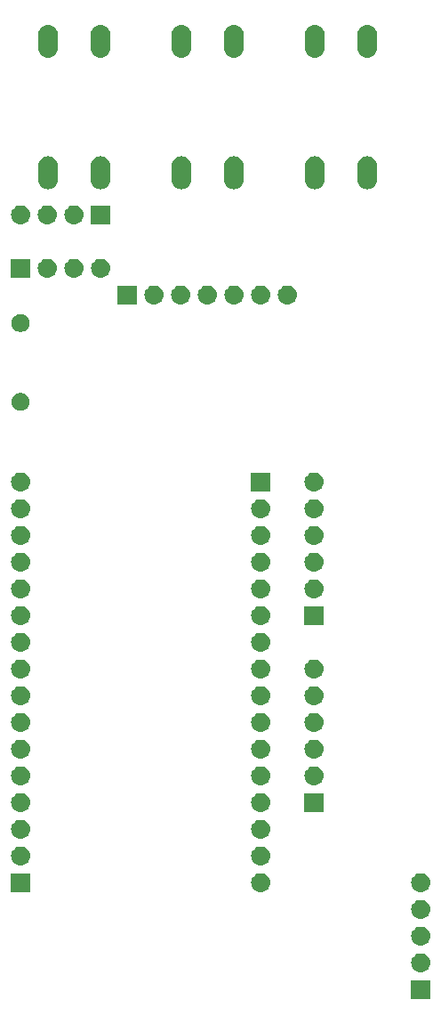
<source format=gbr>
G04 #@! TF.GenerationSoftware,KiCad,Pcbnew,(5.1.0)-1*
G04 #@! TF.CreationDate,2019-04-28T20:51:49+02:00*
G04 #@! TF.ProjectId,diyaltimeter.de,64697961-6c74-4696-9d65-7465722e6465,rev?*
G04 #@! TF.SameCoordinates,Original*
G04 #@! TF.FileFunction,Soldermask,Top*
G04 #@! TF.FilePolarity,Negative*
%FSLAX46Y46*%
G04 Gerber Fmt 4.6, Leading zero omitted, Abs format (unit mm)*
G04 Created by KiCad (PCBNEW (5.1.0)-1) date 2019-04-28 20:51:49*
%MOMM*%
%LPD*%
G04 APERTURE LIST*
%ADD10C,0.100000*%
G04 APERTURE END LIST*
D10*
G36*
X110121000Y-178701000D02*
G01*
X108319000Y-178701000D01*
X108319000Y-176899000D01*
X110121000Y-176899000D01*
X110121000Y-178701000D01*
X110121000Y-178701000D01*
G37*
G36*
X109330442Y-174365518D02*
G01*
X109396627Y-174372037D01*
X109566466Y-174423557D01*
X109722991Y-174507222D01*
X109758729Y-174536552D01*
X109860186Y-174619814D01*
X109943448Y-174721271D01*
X109972778Y-174757009D01*
X110056443Y-174913534D01*
X110107963Y-175083373D01*
X110125359Y-175260000D01*
X110107963Y-175436627D01*
X110056443Y-175606466D01*
X109972778Y-175762991D01*
X109943448Y-175798729D01*
X109860186Y-175900186D01*
X109758729Y-175983448D01*
X109722991Y-176012778D01*
X109566466Y-176096443D01*
X109396627Y-176147963D01*
X109330443Y-176154481D01*
X109264260Y-176161000D01*
X109175740Y-176161000D01*
X109109557Y-176154481D01*
X109043373Y-176147963D01*
X108873534Y-176096443D01*
X108717009Y-176012778D01*
X108681271Y-175983448D01*
X108579814Y-175900186D01*
X108496552Y-175798729D01*
X108467222Y-175762991D01*
X108383557Y-175606466D01*
X108332037Y-175436627D01*
X108314641Y-175260000D01*
X108332037Y-175083373D01*
X108383557Y-174913534D01*
X108467222Y-174757009D01*
X108496552Y-174721271D01*
X108579814Y-174619814D01*
X108681271Y-174536552D01*
X108717009Y-174507222D01*
X108873534Y-174423557D01*
X109043373Y-174372037D01*
X109109558Y-174365518D01*
X109175740Y-174359000D01*
X109264260Y-174359000D01*
X109330442Y-174365518D01*
X109330442Y-174365518D01*
G37*
G36*
X109330443Y-171825519D02*
G01*
X109396627Y-171832037D01*
X109566466Y-171883557D01*
X109722991Y-171967222D01*
X109758729Y-171996552D01*
X109860186Y-172079814D01*
X109943448Y-172181271D01*
X109972778Y-172217009D01*
X110056443Y-172373534D01*
X110107963Y-172543373D01*
X110125359Y-172720000D01*
X110107963Y-172896627D01*
X110056443Y-173066466D01*
X109972778Y-173222991D01*
X109943448Y-173258729D01*
X109860186Y-173360186D01*
X109758729Y-173443448D01*
X109722991Y-173472778D01*
X109566466Y-173556443D01*
X109396627Y-173607963D01*
X109330443Y-173614481D01*
X109264260Y-173621000D01*
X109175740Y-173621000D01*
X109109557Y-173614481D01*
X109043373Y-173607963D01*
X108873534Y-173556443D01*
X108717009Y-173472778D01*
X108681271Y-173443448D01*
X108579814Y-173360186D01*
X108496552Y-173258729D01*
X108467222Y-173222991D01*
X108383557Y-173066466D01*
X108332037Y-172896627D01*
X108314641Y-172720000D01*
X108332037Y-172543373D01*
X108383557Y-172373534D01*
X108467222Y-172217009D01*
X108496552Y-172181271D01*
X108579814Y-172079814D01*
X108681271Y-171996552D01*
X108717009Y-171967222D01*
X108873534Y-171883557D01*
X109043373Y-171832037D01*
X109109557Y-171825519D01*
X109175740Y-171819000D01*
X109264260Y-171819000D01*
X109330443Y-171825519D01*
X109330443Y-171825519D01*
G37*
G36*
X109330443Y-169285519D02*
G01*
X109396627Y-169292037D01*
X109566466Y-169343557D01*
X109722991Y-169427222D01*
X109758729Y-169456552D01*
X109860186Y-169539814D01*
X109943448Y-169641271D01*
X109972778Y-169677009D01*
X110056443Y-169833534D01*
X110107963Y-170003373D01*
X110125359Y-170180000D01*
X110107963Y-170356627D01*
X110056443Y-170526466D01*
X109972778Y-170682991D01*
X109943448Y-170718729D01*
X109860186Y-170820186D01*
X109758729Y-170903448D01*
X109722991Y-170932778D01*
X109566466Y-171016443D01*
X109396627Y-171067963D01*
X109330443Y-171074481D01*
X109264260Y-171081000D01*
X109175740Y-171081000D01*
X109109557Y-171074481D01*
X109043373Y-171067963D01*
X108873534Y-171016443D01*
X108717009Y-170932778D01*
X108681271Y-170903448D01*
X108579814Y-170820186D01*
X108496552Y-170718729D01*
X108467222Y-170682991D01*
X108383557Y-170526466D01*
X108332037Y-170356627D01*
X108314641Y-170180000D01*
X108332037Y-170003373D01*
X108383557Y-169833534D01*
X108467222Y-169677009D01*
X108496552Y-169641271D01*
X108579814Y-169539814D01*
X108681271Y-169456552D01*
X108717009Y-169427222D01*
X108873534Y-169343557D01*
X109043373Y-169292037D01*
X109109557Y-169285519D01*
X109175740Y-169279000D01*
X109264260Y-169279000D01*
X109330443Y-169285519D01*
X109330443Y-169285519D01*
G37*
G36*
X109330442Y-166745518D02*
G01*
X109396627Y-166752037D01*
X109566466Y-166803557D01*
X109722991Y-166887222D01*
X109758729Y-166916552D01*
X109860186Y-166999814D01*
X109943448Y-167101271D01*
X109972778Y-167137009D01*
X110056443Y-167293534D01*
X110107963Y-167463373D01*
X110125359Y-167640000D01*
X110107963Y-167816627D01*
X110056443Y-167986466D01*
X109972778Y-168142991D01*
X109943448Y-168178729D01*
X109860186Y-168280186D01*
X109758729Y-168363448D01*
X109722991Y-168392778D01*
X109566466Y-168476443D01*
X109396627Y-168527963D01*
X109330442Y-168534482D01*
X109264260Y-168541000D01*
X109175740Y-168541000D01*
X109109558Y-168534482D01*
X109043373Y-168527963D01*
X108873534Y-168476443D01*
X108717009Y-168392778D01*
X108681271Y-168363448D01*
X108579814Y-168280186D01*
X108496552Y-168178729D01*
X108467222Y-168142991D01*
X108383557Y-167986466D01*
X108332037Y-167816627D01*
X108314641Y-167640000D01*
X108332037Y-167463373D01*
X108383557Y-167293534D01*
X108467222Y-167137009D01*
X108496552Y-167101271D01*
X108579814Y-166999814D01*
X108681271Y-166916552D01*
X108717009Y-166887222D01*
X108873534Y-166803557D01*
X109043373Y-166752037D01*
X109109558Y-166745518D01*
X109175740Y-166739000D01*
X109264260Y-166739000D01*
X109330442Y-166745518D01*
X109330442Y-166745518D01*
G37*
G36*
X72021000Y-168541000D02*
G01*
X70219000Y-168541000D01*
X70219000Y-166739000D01*
X72021000Y-166739000D01*
X72021000Y-168541000D01*
X72021000Y-168541000D01*
G37*
G36*
X94090442Y-166745518D02*
G01*
X94156627Y-166752037D01*
X94326466Y-166803557D01*
X94482991Y-166887222D01*
X94518729Y-166916552D01*
X94620186Y-166999814D01*
X94703448Y-167101271D01*
X94732778Y-167137009D01*
X94816443Y-167293534D01*
X94867963Y-167463373D01*
X94885359Y-167640000D01*
X94867963Y-167816627D01*
X94816443Y-167986466D01*
X94732778Y-168142991D01*
X94703448Y-168178729D01*
X94620186Y-168280186D01*
X94518729Y-168363448D01*
X94482991Y-168392778D01*
X94326466Y-168476443D01*
X94156627Y-168527963D01*
X94090442Y-168534482D01*
X94024260Y-168541000D01*
X93935740Y-168541000D01*
X93869558Y-168534482D01*
X93803373Y-168527963D01*
X93633534Y-168476443D01*
X93477009Y-168392778D01*
X93441271Y-168363448D01*
X93339814Y-168280186D01*
X93256552Y-168178729D01*
X93227222Y-168142991D01*
X93143557Y-167986466D01*
X93092037Y-167816627D01*
X93074641Y-167640000D01*
X93092037Y-167463373D01*
X93143557Y-167293534D01*
X93227222Y-167137009D01*
X93256552Y-167101271D01*
X93339814Y-166999814D01*
X93441271Y-166916552D01*
X93477009Y-166887222D01*
X93633534Y-166803557D01*
X93803373Y-166752037D01*
X93869558Y-166745518D01*
X93935740Y-166739000D01*
X94024260Y-166739000D01*
X94090442Y-166745518D01*
X94090442Y-166745518D01*
G37*
G36*
X94090442Y-164205518D02*
G01*
X94156627Y-164212037D01*
X94326466Y-164263557D01*
X94482991Y-164347222D01*
X94518729Y-164376552D01*
X94620186Y-164459814D01*
X94703448Y-164561271D01*
X94732778Y-164597009D01*
X94816443Y-164753534D01*
X94867963Y-164923373D01*
X94885359Y-165100000D01*
X94867963Y-165276627D01*
X94816443Y-165446466D01*
X94732778Y-165602991D01*
X94703448Y-165638729D01*
X94620186Y-165740186D01*
X94518729Y-165823448D01*
X94482991Y-165852778D01*
X94326466Y-165936443D01*
X94156627Y-165987963D01*
X94090443Y-165994481D01*
X94024260Y-166001000D01*
X93935740Y-166001000D01*
X93869557Y-165994481D01*
X93803373Y-165987963D01*
X93633534Y-165936443D01*
X93477009Y-165852778D01*
X93441271Y-165823448D01*
X93339814Y-165740186D01*
X93256552Y-165638729D01*
X93227222Y-165602991D01*
X93143557Y-165446466D01*
X93092037Y-165276627D01*
X93074641Y-165100000D01*
X93092037Y-164923373D01*
X93143557Y-164753534D01*
X93227222Y-164597009D01*
X93256552Y-164561271D01*
X93339814Y-164459814D01*
X93441271Y-164376552D01*
X93477009Y-164347222D01*
X93633534Y-164263557D01*
X93803373Y-164212037D01*
X93869558Y-164205518D01*
X93935740Y-164199000D01*
X94024260Y-164199000D01*
X94090442Y-164205518D01*
X94090442Y-164205518D01*
G37*
G36*
X71230442Y-164205518D02*
G01*
X71296627Y-164212037D01*
X71466466Y-164263557D01*
X71622991Y-164347222D01*
X71658729Y-164376552D01*
X71760186Y-164459814D01*
X71843448Y-164561271D01*
X71872778Y-164597009D01*
X71956443Y-164753534D01*
X72007963Y-164923373D01*
X72025359Y-165100000D01*
X72007963Y-165276627D01*
X71956443Y-165446466D01*
X71872778Y-165602991D01*
X71843448Y-165638729D01*
X71760186Y-165740186D01*
X71658729Y-165823448D01*
X71622991Y-165852778D01*
X71466466Y-165936443D01*
X71296627Y-165987963D01*
X71230443Y-165994481D01*
X71164260Y-166001000D01*
X71075740Y-166001000D01*
X71009557Y-165994481D01*
X70943373Y-165987963D01*
X70773534Y-165936443D01*
X70617009Y-165852778D01*
X70581271Y-165823448D01*
X70479814Y-165740186D01*
X70396552Y-165638729D01*
X70367222Y-165602991D01*
X70283557Y-165446466D01*
X70232037Y-165276627D01*
X70214641Y-165100000D01*
X70232037Y-164923373D01*
X70283557Y-164753534D01*
X70367222Y-164597009D01*
X70396552Y-164561271D01*
X70479814Y-164459814D01*
X70581271Y-164376552D01*
X70617009Y-164347222D01*
X70773534Y-164263557D01*
X70943373Y-164212037D01*
X71009558Y-164205518D01*
X71075740Y-164199000D01*
X71164260Y-164199000D01*
X71230442Y-164205518D01*
X71230442Y-164205518D01*
G37*
G36*
X71230442Y-161665518D02*
G01*
X71296627Y-161672037D01*
X71466466Y-161723557D01*
X71622991Y-161807222D01*
X71658729Y-161836552D01*
X71760186Y-161919814D01*
X71843448Y-162021271D01*
X71872778Y-162057009D01*
X71956443Y-162213534D01*
X72007963Y-162383373D01*
X72025359Y-162560000D01*
X72007963Y-162736627D01*
X71956443Y-162906466D01*
X71872778Y-163062991D01*
X71843448Y-163098729D01*
X71760186Y-163200186D01*
X71658729Y-163283448D01*
X71622991Y-163312778D01*
X71466466Y-163396443D01*
X71296627Y-163447963D01*
X71230442Y-163454482D01*
X71164260Y-163461000D01*
X71075740Y-163461000D01*
X71009558Y-163454482D01*
X70943373Y-163447963D01*
X70773534Y-163396443D01*
X70617009Y-163312778D01*
X70581271Y-163283448D01*
X70479814Y-163200186D01*
X70396552Y-163098729D01*
X70367222Y-163062991D01*
X70283557Y-162906466D01*
X70232037Y-162736627D01*
X70214641Y-162560000D01*
X70232037Y-162383373D01*
X70283557Y-162213534D01*
X70367222Y-162057009D01*
X70396552Y-162021271D01*
X70479814Y-161919814D01*
X70581271Y-161836552D01*
X70617009Y-161807222D01*
X70773534Y-161723557D01*
X70943373Y-161672037D01*
X71009558Y-161665518D01*
X71075740Y-161659000D01*
X71164260Y-161659000D01*
X71230442Y-161665518D01*
X71230442Y-161665518D01*
G37*
G36*
X94090442Y-161665518D02*
G01*
X94156627Y-161672037D01*
X94326466Y-161723557D01*
X94482991Y-161807222D01*
X94518729Y-161836552D01*
X94620186Y-161919814D01*
X94703448Y-162021271D01*
X94732778Y-162057009D01*
X94816443Y-162213534D01*
X94867963Y-162383373D01*
X94885359Y-162560000D01*
X94867963Y-162736627D01*
X94816443Y-162906466D01*
X94732778Y-163062991D01*
X94703448Y-163098729D01*
X94620186Y-163200186D01*
X94518729Y-163283448D01*
X94482991Y-163312778D01*
X94326466Y-163396443D01*
X94156627Y-163447963D01*
X94090442Y-163454482D01*
X94024260Y-163461000D01*
X93935740Y-163461000D01*
X93869558Y-163454482D01*
X93803373Y-163447963D01*
X93633534Y-163396443D01*
X93477009Y-163312778D01*
X93441271Y-163283448D01*
X93339814Y-163200186D01*
X93256552Y-163098729D01*
X93227222Y-163062991D01*
X93143557Y-162906466D01*
X93092037Y-162736627D01*
X93074641Y-162560000D01*
X93092037Y-162383373D01*
X93143557Y-162213534D01*
X93227222Y-162057009D01*
X93256552Y-162021271D01*
X93339814Y-161919814D01*
X93441271Y-161836552D01*
X93477009Y-161807222D01*
X93633534Y-161723557D01*
X93803373Y-161672037D01*
X93869558Y-161665518D01*
X93935740Y-161659000D01*
X94024260Y-161659000D01*
X94090442Y-161665518D01*
X94090442Y-161665518D01*
G37*
G36*
X71230442Y-159125518D02*
G01*
X71296627Y-159132037D01*
X71466466Y-159183557D01*
X71622991Y-159267222D01*
X71658729Y-159296552D01*
X71760186Y-159379814D01*
X71843448Y-159481271D01*
X71872778Y-159517009D01*
X71956443Y-159673534D01*
X72007963Y-159843373D01*
X72025359Y-160020000D01*
X72007963Y-160196627D01*
X71956443Y-160366466D01*
X71872778Y-160522991D01*
X71843448Y-160558729D01*
X71760186Y-160660186D01*
X71658729Y-160743448D01*
X71622991Y-160772778D01*
X71466466Y-160856443D01*
X71296627Y-160907963D01*
X71230442Y-160914482D01*
X71164260Y-160921000D01*
X71075740Y-160921000D01*
X71009558Y-160914482D01*
X70943373Y-160907963D01*
X70773534Y-160856443D01*
X70617009Y-160772778D01*
X70581271Y-160743448D01*
X70479814Y-160660186D01*
X70396552Y-160558729D01*
X70367222Y-160522991D01*
X70283557Y-160366466D01*
X70232037Y-160196627D01*
X70214641Y-160020000D01*
X70232037Y-159843373D01*
X70283557Y-159673534D01*
X70367222Y-159517009D01*
X70396552Y-159481271D01*
X70479814Y-159379814D01*
X70581271Y-159296552D01*
X70617009Y-159267222D01*
X70773534Y-159183557D01*
X70943373Y-159132037D01*
X71009558Y-159125518D01*
X71075740Y-159119000D01*
X71164260Y-159119000D01*
X71230442Y-159125518D01*
X71230442Y-159125518D01*
G37*
G36*
X99961000Y-160921000D02*
G01*
X98159000Y-160921000D01*
X98159000Y-159119000D01*
X99961000Y-159119000D01*
X99961000Y-160921000D01*
X99961000Y-160921000D01*
G37*
G36*
X94090442Y-159125518D02*
G01*
X94156627Y-159132037D01*
X94326466Y-159183557D01*
X94482991Y-159267222D01*
X94518729Y-159296552D01*
X94620186Y-159379814D01*
X94703448Y-159481271D01*
X94732778Y-159517009D01*
X94816443Y-159673534D01*
X94867963Y-159843373D01*
X94885359Y-160020000D01*
X94867963Y-160196627D01*
X94816443Y-160366466D01*
X94732778Y-160522991D01*
X94703448Y-160558729D01*
X94620186Y-160660186D01*
X94518729Y-160743448D01*
X94482991Y-160772778D01*
X94326466Y-160856443D01*
X94156627Y-160907963D01*
X94090442Y-160914482D01*
X94024260Y-160921000D01*
X93935740Y-160921000D01*
X93869558Y-160914482D01*
X93803373Y-160907963D01*
X93633534Y-160856443D01*
X93477009Y-160772778D01*
X93441271Y-160743448D01*
X93339814Y-160660186D01*
X93256552Y-160558729D01*
X93227222Y-160522991D01*
X93143557Y-160366466D01*
X93092037Y-160196627D01*
X93074641Y-160020000D01*
X93092037Y-159843373D01*
X93143557Y-159673534D01*
X93227222Y-159517009D01*
X93256552Y-159481271D01*
X93339814Y-159379814D01*
X93441271Y-159296552D01*
X93477009Y-159267222D01*
X93633534Y-159183557D01*
X93803373Y-159132037D01*
X93869558Y-159125518D01*
X93935740Y-159119000D01*
X94024260Y-159119000D01*
X94090442Y-159125518D01*
X94090442Y-159125518D01*
G37*
G36*
X99170443Y-156585519D02*
G01*
X99236627Y-156592037D01*
X99406466Y-156643557D01*
X99562991Y-156727222D01*
X99598729Y-156756552D01*
X99700186Y-156839814D01*
X99783448Y-156941271D01*
X99812778Y-156977009D01*
X99896443Y-157133534D01*
X99947963Y-157303373D01*
X99965359Y-157480000D01*
X99947963Y-157656627D01*
X99896443Y-157826466D01*
X99812778Y-157982991D01*
X99783448Y-158018729D01*
X99700186Y-158120186D01*
X99598729Y-158203448D01*
X99562991Y-158232778D01*
X99406466Y-158316443D01*
X99236627Y-158367963D01*
X99170442Y-158374482D01*
X99104260Y-158381000D01*
X99015740Y-158381000D01*
X98949558Y-158374482D01*
X98883373Y-158367963D01*
X98713534Y-158316443D01*
X98557009Y-158232778D01*
X98521271Y-158203448D01*
X98419814Y-158120186D01*
X98336552Y-158018729D01*
X98307222Y-157982991D01*
X98223557Y-157826466D01*
X98172037Y-157656627D01*
X98154641Y-157480000D01*
X98172037Y-157303373D01*
X98223557Y-157133534D01*
X98307222Y-156977009D01*
X98336552Y-156941271D01*
X98419814Y-156839814D01*
X98521271Y-156756552D01*
X98557009Y-156727222D01*
X98713534Y-156643557D01*
X98883373Y-156592037D01*
X98949557Y-156585519D01*
X99015740Y-156579000D01*
X99104260Y-156579000D01*
X99170443Y-156585519D01*
X99170443Y-156585519D01*
G37*
G36*
X94090443Y-156585519D02*
G01*
X94156627Y-156592037D01*
X94326466Y-156643557D01*
X94482991Y-156727222D01*
X94518729Y-156756552D01*
X94620186Y-156839814D01*
X94703448Y-156941271D01*
X94732778Y-156977009D01*
X94816443Y-157133534D01*
X94867963Y-157303373D01*
X94885359Y-157480000D01*
X94867963Y-157656627D01*
X94816443Y-157826466D01*
X94732778Y-157982991D01*
X94703448Y-158018729D01*
X94620186Y-158120186D01*
X94518729Y-158203448D01*
X94482991Y-158232778D01*
X94326466Y-158316443D01*
X94156627Y-158367963D01*
X94090442Y-158374482D01*
X94024260Y-158381000D01*
X93935740Y-158381000D01*
X93869558Y-158374482D01*
X93803373Y-158367963D01*
X93633534Y-158316443D01*
X93477009Y-158232778D01*
X93441271Y-158203448D01*
X93339814Y-158120186D01*
X93256552Y-158018729D01*
X93227222Y-157982991D01*
X93143557Y-157826466D01*
X93092037Y-157656627D01*
X93074641Y-157480000D01*
X93092037Y-157303373D01*
X93143557Y-157133534D01*
X93227222Y-156977009D01*
X93256552Y-156941271D01*
X93339814Y-156839814D01*
X93441271Y-156756552D01*
X93477009Y-156727222D01*
X93633534Y-156643557D01*
X93803373Y-156592037D01*
X93869557Y-156585519D01*
X93935740Y-156579000D01*
X94024260Y-156579000D01*
X94090443Y-156585519D01*
X94090443Y-156585519D01*
G37*
G36*
X71230443Y-156585519D02*
G01*
X71296627Y-156592037D01*
X71466466Y-156643557D01*
X71622991Y-156727222D01*
X71658729Y-156756552D01*
X71760186Y-156839814D01*
X71843448Y-156941271D01*
X71872778Y-156977009D01*
X71956443Y-157133534D01*
X72007963Y-157303373D01*
X72025359Y-157480000D01*
X72007963Y-157656627D01*
X71956443Y-157826466D01*
X71872778Y-157982991D01*
X71843448Y-158018729D01*
X71760186Y-158120186D01*
X71658729Y-158203448D01*
X71622991Y-158232778D01*
X71466466Y-158316443D01*
X71296627Y-158367963D01*
X71230442Y-158374482D01*
X71164260Y-158381000D01*
X71075740Y-158381000D01*
X71009558Y-158374482D01*
X70943373Y-158367963D01*
X70773534Y-158316443D01*
X70617009Y-158232778D01*
X70581271Y-158203448D01*
X70479814Y-158120186D01*
X70396552Y-158018729D01*
X70367222Y-157982991D01*
X70283557Y-157826466D01*
X70232037Y-157656627D01*
X70214641Y-157480000D01*
X70232037Y-157303373D01*
X70283557Y-157133534D01*
X70367222Y-156977009D01*
X70396552Y-156941271D01*
X70479814Y-156839814D01*
X70581271Y-156756552D01*
X70617009Y-156727222D01*
X70773534Y-156643557D01*
X70943373Y-156592037D01*
X71009557Y-156585519D01*
X71075740Y-156579000D01*
X71164260Y-156579000D01*
X71230443Y-156585519D01*
X71230443Y-156585519D01*
G37*
G36*
X99170442Y-154045518D02*
G01*
X99236627Y-154052037D01*
X99406466Y-154103557D01*
X99562991Y-154187222D01*
X99598729Y-154216552D01*
X99700186Y-154299814D01*
X99783448Y-154401271D01*
X99812778Y-154437009D01*
X99896443Y-154593534D01*
X99947963Y-154763373D01*
X99965359Y-154940000D01*
X99947963Y-155116627D01*
X99896443Y-155286466D01*
X99812778Y-155442991D01*
X99783448Y-155478729D01*
X99700186Y-155580186D01*
X99598729Y-155663448D01*
X99562991Y-155692778D01*
X99406466Y-155776443D01*
X99236627Y-155827963D01*
X99170442Y-155834482D01*
X99104260Y-155841000D01*
X99015740Y-155841000D01*
X98949558Y-155834482D01*
X98883373Y-155827963D01*
X98713534Y-155776443D01*
X98557009Y-155692778D01*
X98521271Y-155663448D01*
X98419814Y-155580186D01*
X98336552Y-155478729D01*
X98307222Y-155442991D01*
X98223557Y-155286466D01*
X98172037Y-155116627D01*
X98154641Y-154940000D01*
X98172037Y-154763373D01*
X98223557Y-154593534D01*
X98307222Y-154437009D01*
X98336552Y-154401271D01*
X98419814Y-154299814D01*
X98521271Y-154216552D01*
X98557009Y-154187222D01*
X98713534Y-154103557D01*
X98883373Y-154052037D01*
X98949558Y-154045518D01*
X99015740Y-154039000D01*
X99104260Y-154039000D01*
X99170442Y-154045518D01*
X99170442Y-154045518D01*
G37*
G36*
X94090442Y-154045518D02*
G01*
X94156627Y-154052037D01*
X94326466Y-154103557D01*
X94482991Y-154187222D01*
X94518729Y-154216552D01*
X94620186Y-154299814D01*
X94703448Y-154401271D01*
X94732778Y-154437009D01*
X94816443Y-154593534D01*
X94867963Y-154763373D01*
X94885359Y-154940000D01*
X94867963Y-155116627D01*
X94816443Y-155286466D01*
X94732778Y-155442991D01*
X94703448Y-155478729D01*
X94620186Y-155580186D01*
X94518729Y-155663448D01*
X94482991Y-155692778D01*
X94326466Y-155776443D01*
X94156627Y-155827963D01*
X94090442Y-155834482D01*
X94024260Y-155841000D01*
X93935740Y-155841000D01*
X93869558Y-155834482D01*
X93803373Y-155827963D01*
X93633534Y-155776443D01*
X93477009Y-155692778D01*
X93441271Y-155663448D01*
X93339814Y-155580186D01*
X93256552Y-155478729D01*
X93227222Y-155442991D01*
X93143557Y-155286466D01*
X93092037Y-155116627D01*
X93074641Y-154940000D01*
X93092037Y-154763373D01*
X93143557Y-154593534D01*
X93227222Y-154437009D01*
X93256552Y-154401271D01*
X93339814Y-154299814D01*
X93441271Y-154216552D01*
X93477009Y-154187222D01*
X93633534Y-154103557D01*
X93803373Y-154052037D01*
X93869558Y-154045518D01*
X93935740Y-154039000D01*
X94024260Y-154039000D01*
X94090442Y-154045518D01*
X94090442Y-154045518D01*
G37*
G36*
X71230442Y-154045518D02*
G01*
X71296627Y-154052037D01*
X71466466Y-154103557D01*
X71622991Y-154187222D01*
X71658729Y-154216552D01*
X71760186Y-154299814D01*
X71843448Y-154401271D01*
X71872778Y-154437009D01*
X71956443Y-154593534D01*
X72007963Y-154763373D01*
X72025359Y-154940000D01*
X72007963Y-155116627D01*
X71956443Y-155286466D01*
X71872778Y-155442991D01*
X71843448Y-155478729D01*
X71760186Y-155580186D01*
X71658729Y-155663448D01*
X71622991Y-155692778D01*
X71466466Y-155776443D01*
X71296627Y-155827963D01*
X71230442Y-155834482D01*
X71164260Y-155841000D01*
X71075740Y-155841000D01*
X71009558Y-155834482D01*
X70943373Y-155827963D01*
X70773534Y-155776443D01*
X70617009Y-155692778D01*
X70581271Y-155663448D01*
X70479814Y-155580186D01*
X70396552Y-155478729D01*
X70367222Y-155442991D01*
X70283557Y-155286466D01*
X70232037Y-155116627D01*
X70214641Y-154940000D01*
X70232037Y-154763373D01*
X70283557Y-154593534D01*
X70367222Y-154437009D01*
X70396552Y-154401271D01*
X70479814Y-154299814D01*
X70581271Y-154216552D01*
X70617009Y-154187222D01*
X70773534Y-154103557D01*
X70943373Y-154052037D01*
X71009558Y-154045518D01*
X71075740Y-154039000D01*
X71164260Y-154039000D01*
X71230442Y-154045518D01*
X71230442Y-154045518D01*
G37*
G36*
X99170443Y-151505519D02*
G01*
X99236627Y-151512037D01*
X99406466Y-151563557D01*
X99562991Y-151647222D01*
X99598729Y-151676552D01*
X99700186Y-151759814D01*
X99783448Y-151861271D01*
X99812778Y-151897009D01*
X99896443Y-152053534D01*
X99947963Y-152223373D01*
X99965359Y-152400000D01*
X99947963Y-152576627D01*
X99896443Y-152746466D01*
X99812778Y-152902991D01*
X99783448Y-152938729D01*
X99700186Y-153040186D01*
X99598729Y-153123448D01*
X99562991Y-153152778D01*
X99406466Y-153236443D01*
X99236627Y-153287963D01*
X99170443Y-153294481D01*
X99104260Y-153301000D01*
X99015740Y-153301000D01*
X98949557Y-153294481D01*
X98883373Y-153287963D01*
X98713534Y-153236443D01*
X98557009Y-153152778D01*
X98521271Y-153123448D01*
X98419814Y-153040186D01*
X98336552Y-152938729D01*
X98307222Y-152902991D01*
X98223557Y-152746466D01*
X98172037Y-152576627D01*
X98154641Y-152400000D01*
X98172037Y-152223373D01*
X98223557Y-152053534D01*
X98307222Y-151897009D01*
X98336552Y-151861271D01*
X98419814Y-151759814D01*
X98521271Y-151676552D01*
X98557009Y-151647222D01*
X98713534Y-151563557D01*
X98883373Y-151512037D01*
X98949557Y-151505519D01*
X99015740Y-151499000D01*
X99104260Y-151499000D01*
X99170443Y-151505519D01*
X99170443Y-151505519D01*
G37*
G36*
X94090443Y-151505519D02*
G01*
X94156627Y-151512037D01*
X94326466Y-151563557D01*
X94482991Y-151647222D01*
X94518729Y-151676552D01*
X94620186Y-151759814D01*
X94703448Y-151861271D01*
X94732778Y-151897009D01*
X94816443Y-152053534D01*
X94867963Y-152223373D01*
X94885359Y-152400000D01*
X94867963Y-152576627D01*
X94816443Y-152746466D01*
X94732778Y-152902991D01*
X94703448Y-152938729D01*
X94620186Y-153040186D01*
X94518729Y-153123448D01*
X94482991Y-153152778D01*
X94326466Y-153236443D01*
X94156627Y-153287963D01*
X94090443Y-153294481D01*
X94024260Y-153301000D01*
X93935740Y-153301000D01*
X93869557Y-153294481D01*
X93803373Y-153287963D01*
X93633534Y-153236443D01*
X93477009Y-153152778D01*
X93441271Y-153123448D01*
X93339814Y-153040186D01*
X93256552Y-152938729D01*
X93227222Y-152902991D01*
X93143557Y-152746466D01*
X93092037Y-152576627D01*
X93074641Y-152400000D01*
X93092037Y-152223373D01*
X93143557Y-152053534D01*
X93227222Y-151897009D01*
X93256552Y-151861271D01*
X93339814Y-151759814D01*
X93441271Y-151676552D01*
X93477009Y-151647222D01*
X93633534Y-151563557D01*
X93803373Y-151512037D01*
X93869557Y-151505519D01*
X93935740Y-151499000D01*
X94024260Y-151499000D01*
X94090443Y-151505519D01*
X94090443Y-151505519D01*
G37*
G36*
X71230443Y-151505519D02*
G01*
X71296627Y-151512037D01*
X71466466Y-151563557D01*
X71622991Y-151647222D01*
X71658729Y-151676552D01*
X71760186Y-151759814D01*
X71843448Y-151861271D01*
X71872778Y-151897009D01*
X71956443Y-152053534D01*
X72007963Y-152223373D01*
X72025359Y-152400000D01*
X72007963Y-152576627D01*
X71956443Y-152746466D01*
X71872778Y-152902991D01*
X71843448Y-152938729D01*
X71760186Y-153040186D01*
X71658729Y-153123448D01*
X71622991Y-153152778D01*
X71466466Y-153236443D01*
X71296627Y-153287963D01*
X71230443Y-153294481D01*
X71164260Y-153301000D01*
X71075740Y-153301000D01*
X71009557Y-153294481D01*
X70943373Y-153287963D01*
X70773534Y-153236443D01*
X70617009Y-153152778D01*
X70581271Y-153123448D01*
X70479814Y-153040186D01*
X70396552Y-152938729D01*
X70367222Y-152902991D01*
X70283557Y-152746466D01*
X70232037Y-152576627D01*
X70214641Y-152400000D01*
X70232037Y-152223373D01*
X70283557Y-152053534D01*
X70367222Y-151897009D01*
X70396552Y-151861271D01*
X70479814Y-151759814D01*
X70581271Y-151676552D01*
X70617009Y-151647222D01*
X70773534Y-151563557D01*
X70943373Y-151512037D01*
X71009557Y-151505519D01*
X71075740Y-151499000D01*
X71164260Y-151499000D01*
X71230443Y-151505519D01*
X71230443Y-151505519D01*
G37*
G36*
X94090443Y-148965519D02*
G01*
X94156627Y-148972037D01*
X94326466Y-149023557D01*
X94482991Y-149107222D01*
X94518729Y-149136552D01*
X94620186Y-149219814D01*
X94703448Y-149321271D01*
X94732778Y-149357009D01*
X94816443Y-149513534D01*
X94867963Y-149683373D01*
X94885359Y-149860000D01*
X94867963Y-150036627D01*
X94816443Y-150206466D01*
X94732778Y-150362991D01*
X94703448Y-150398729D01*
X94620186Y-150500186D01*
X94518729Y-150583448D01*
X94482991Y-150612778D01*
X94326466Y-150696443D01*
X94156627Y-150747963D01*
X94090443Y-150754481D01*
X94024260Y-150761000D01*
X93935740Y-150761000D01*
X93869557Y-150754481D01*
X93803373Y-150747963D01*
X93633534Y-150696443D01*
X93477009Y-150612778D01*
X93441271Y-150583448D01*
X93339814Y-150500186D01*
X93256552Y-150398729D01*
X93227222Y-150362991D01*
X93143557Y-150206466D01*
X93092037Y-150036627D01*
X93074641Y-149860000D01*
X93092037Y-149683373D01*
X93143557Y-149513534D01*
X93227222Y-149357009D01*
X93256552Y-149321271D01*
X93339814Y-149219814D01*
X93441271Y-149136552D01*
X93477009Y-149107222D01*
X93633534Y-149023557D01*
X93803373Y-148972037D01*
X93869557Y-148965519D01*
X93935740Y-148959000D01*
X94024260Y-148959000D01*
X94090443Y-148965519D01*
X94090443Y-148965519D01*
G37*
G36*
X71230443Y-148965519D02*
G01*
X71296627Y-148972037D01*
X71466466Y-149023557D01*
X71622991Y-149107222D01*
X71658729Y-149136552D01*
X71760186Y-149219814D01*
X71843448Y-149321271D01*
X71872778Y-149357009D01*
X71956443Y-149513534D01*
X72007963Y-149683373D01*
X72025359Y-149860000D01*
X72007963Y-150036627D01*
X71956443Y-150206466D01*
X71872778Y-150362991D01*
X71843448Y-150398729D01*
X71760186Y-150500186D01*
X71658729Y-150583448D01*
X71622991Y-150612778D01*
X71466466Y-150696443D01*
X71296627Y-150747963D01*
X71230443Y-150754481D01*
X71164260Y-150761000D01*
X71075740Y-150761000D01*
X71009557Y-150754481D01*
X70943373Y-150747963D01*
X70773534Y-150696443D01*
X70617009Y-150612778D01*
X70581271Y-150583448D01*
X70479814Y-150500186D01*
X70396552Y-150398729D01*
X70367222Y-150362991D01*
X70283557Y-150206466D01*
X70232037Y-150036627D01*
X70214641Y-149860000D01*
X70232037Y-149683373D01*
X70283557Y-149513534D01*
X70367222Y-149357009D01*
X70396552Y-149321271D01*
X70479814Y-149219814D01*
X70581271Y-149136552D01*
X70617009Y-149107222D01*
X70773534Y-149023557D01*
X70943373Y-148972037D01*
X71009557Y-148965519D01*
X71075740Y-148959000D01*
X71164260Y-148959000D01*
X71230443Y-148965519D01*
X71230443Y-148965519D01*
G37*
G36*
X99170443Y-148965519D02*
G01*
X99236627Y-148972037D01*
X99406466Y-149023557D01*
X99562991Y-149107222D01*
X99598729Y-149136552D01*
X99700186Y-149219814D01*
X99783448Y-149321271D01*
X99812778Y-149357009D01*
X99896443Y-149513534D01*
X99947963Y-149683373D01*
X99965359Y-149860000D01*
X99947963Y-150036627D01*
X99896443Y-150206466D01*
X99812778Y-150362991D01*
X99783448Y-150398729D01*
X99700186Y-150500186D01*
X99598729Y-150583448D01*
X99562991Y-150612778D01*
X99406466Y-150696443D01*
X99236627Y-150747963D01*
X99170443Y-150754481D01*
X99104260Y-150761000D01*
X99015740Y-150761000D01*
X98949557Y-150754481D01*
X98883373Y-150747963D01*
X98713534Y-150696443D01*
X98557009Y-150612778D01*
X98521271Y-150583448D01*
X98419814Y-150500186D01*
X98336552Y-150398729D01*
X98307222Y-150362991D01*
X98223557Y-150206466D01*
X98172037Y-150036627D01*
X98154641Y-149860000D01*
X98172037Y-149683373D01*
X98223557Y-149513534D01*
X98307222Y-149357009D01*
X98336552Y-149321271D01*
X98419814Y-149219814D01*
X98521271Y-149136552D01*
X98557009Y-149107222D01*
X98713534Y-149023557D01*
X98883373Y-148972037D01*
X98949557Y-148965519D01*
X99015740Y-148959000D01*
X99104260Y-148959000D01*
X99170443Y-148965519D01*
X99170443Y-148965519D01*
G37*
G36*
X94090442Y-146425518D02*
G01*
X94156627Y-146432037D01*
X94326466Y-146483557D01*
X94482991Y-146567222D01*
X94518729Y-146596552D01*
X94620186Y-146679814D01*
X94703448Y-146781271D01*
X94732778Y-146817009D01*
X94816443Y-146973534D01*
X94867963Y-147143373D01*
X94885359Y-147320000D01*
X94867963Y-147496627D01*
X94816443Y-147666466D01*
X94732778Y-147822991D01*
X94703448Y-147858729D01*
X94620186Y-147960186D01*
X94518729Y-148043448D01*
X94482991Y-148072778D01*
X94326466Y-148156443D01*
X94156627Y-148207963D01*
X94090442Y-148214482D01*
X94024260Y-148221000D01*
X93935740Y-148221000D01*
X93869558Y-148214482D01*
X93803373Y-148207963D01*
X93633534Y-148156443D01*
X93477009Y-148072778D01*
X93441271Y-148043448D01*
X93339814Y-147960186D01*
X93256552Y-147858729D01*
X93227222Y-147822991D01*
X93143557Y-147666466D01*
X93092037Y-147496627D01*
X93074641Y-147320000D01*
X93092037Y-147143373D01*
X93143557Y-146973534D01*
X93227222Y-146817009D01*
X93256552Y-146781271D01*
X93339814Y-146679814D01*
X93441271Y-146596552D01*
X93477009Y-146567222D01*
X93633534Y-146483557D01*
X93803373Y-146432037D01*
X93869558Y-146425518D01*
X93935740Y-146419000D01*
X94024260Y-146419000D01*
X94090442Y-146425518D01*
X94090442Y-146425518D01*
G37*
G36*
X71230442Y-146425518D02*
G01*
X71296627Y-146432037D01*
X71466466Y-146483557D01*
X71622991Y-146567222D01*
X71658729Y-146596552D01*
X71760186Y-146679814D01*
X71843448Y-146781271D01*
X71872778Y-146817009D01*
X71956443Y-146973534D01*
X72007963Y-147143373D01*
X72025359Y-147320000D01*
X72007963Y-147496627D01*
X71956443Y-147666466D01*
X71872778Y-147822991D01*
X71843448Y-147858729D01*
X71760186Y-147960186D01*
X71658729Y-148043448D01*
X71622991Y-148072778D01*
X71466466Y-148156443D01*
X71296627Y-148207963D01*
X71230442Y-148214482D01*
X71164260Y-148221000D01*
X71075740Y-148221000D01*
X71009558Y-148214482D01*
X70943373Y-148207963D01*
X70773534Y-148156443D01*
X70617009Y-148072778D01*
X70581271Y-148043448D01*
X70479814Y-147960186D01*
X70396552Y-147858729D01*
X70367222Y-147822991D01*
X70283557Y-147666466D01*
X70232037Y-147496627D01*
X70214641Y-147320000D01*
X70232037Y-147143373D01*
X70283557Y-146973534D01*
X70367222Y-146817009D01*
X70396552Y-146781271D01*
X70479814Y-146679814D01*
X70581271Y-146596552D01*
X70617009Y-146567222D01*
X70773534Y-146483557D01*
X70943373Y-146432037D01*
X71009558Y-146425518D01*
X71075740Y-146419000D01*
X71164260Y-146419000D01*
X71230442Y-146425518D01*
X71230442Y-146425518D01*
G37*
G36*
X99170442Y-146425518D02*
G01*
X99236627Y-146432037D01*
X99406466Y-146483557D01*
X99562991Y-146567222D01*
X99598729Y-146596552D01*
X99700186Y-146679814D01*
X99783448Y-146781271D01*
X99812778Y-146817009D01*
X99896443Y-146973534D01*
X99947963Y-147143373D01*
X99965359Y-147320000D01*
X99947963Y-147496627D01*
X99896443Y-147666466D01*
X99812778Y-147822991D01*
X99783448Y-147858729D01*
X99700186Y-147960186D01*
X99598729Y-148043448D01*
X99562991Y-148072778D01*
X99406466Y-148156443D01*
X99236627Y-148207963D01*
X99170442Y-148214482D01*
X99104260Y-148221000D01*
X99015740Y-148221000D01*
X98949558Y-148214482D01*
X98883373Y-148207963D01*
X98713534Y-148156443D01*
X98557009Y-148072778D01*
X98521271Y-148043448D01*
X98419814Y-147960186D01*
X98336552Y-147858729D01*
X98307222Y-147822991D01*
X98223557Y-147666466D01*
X98172037Y-147496627D01*
X98154641Y-147320000D01*
X98172037Y-147143373D01*
X98223557Y-146973534D01*
X98307222Y-146817009D01*
X98336552Y-146781271D01*
X98419814Y-146679814D01*
X98521271Y-146596552D01*
X98557009Y-146567222D01*
X98713534Y-146483557D01*
X98883373Y-146432037D01*
X98949558Y-146425518D01*
X99015740Y-146419000D01*
X99104260Y-146419000D01*
X99170442Y-146425518D01*
X99170442Y-146425518D01*
G37*
G36*
X94090443Y-143885519D02*
G01*
X94156627Y-143892037D01*
X94326466Y-143943557D01*
X94482991Y-144027222D01*
X94518729Y-144056552D01*
X94620186Y-144139814D01*
X94703448Y-144241271D01*
X94732778Y-144277009D01*
X94816443Y-144433534D01*
X94867963Y-144603373D01*
X94885359Y-144780000D01*
X94867963Y-144956627D01*
X94816443Y-145126466D01*
X94732778Y-145282991D01*
X94703448Y-145318729D01*
X94620186Y-145420186D01*
X94518729Y-145503448D01*
X94482991Y-145532778D01*
X94326466Y-145616443D01*
X94156627Y-145667963D01*
X94090443Y-145674481D01*
X94024260Y-145681000D01*
X93935740Y-145681000D01*
X93869557Y-145674481D01*
X93803373Y-145667963D01*
X93633534Y-145616443D01*
X93477009Y-145532778D01*
X93441271Y-145503448D01*
X93339814Y-145420186D01*
X93256552Y-145318729D01*
X93227222Y-145282991D01*
X93143557Y-145126466D01*
X93092037Y-144956627D01*
X93074641Y-144780000D01*
X93092037Y-144603373D01*
X93143557Y-144433534D01*
X93227222Y-144277009D01*
X93256552Y-144241271D01*
X93339814Y-144139814D01*
X93441271Y-144056552D01*
X93477009Y-144027222D01*
X93633534Y-143943557D01*
X93803373Y-143892037D01*
X93869557Y-143885519D01*
X93935740Y-143879000D01*
X94024260Y-143879000D01*
X94090443Y-143885519D01*
X94090443Y-143885519D01*
G37*
G36*
X71230443Y-143885519D02*
G01*
X71296627Y-143892037D01*
X71466466Y-143943557D01*
X71622991Y-144027222D01*
X71658729Y-144056552D01*
X71760186Y-144139814D01*
X71843448Y-144241271D01*
X71872778Y-144277009D01*
X71956443Y-144433534D01*
X72007963Y-144603373D01*
X72025359Y-144780000D01*
X72007963Y-144956627D01*
X71956443Y-145126466D01*
X71872778Y-145282991D01*
X71843448Y-145318729D01*
X71760186Y-145420186D01*
X71658729Y-145503448D01*
X71622991Y-145532778D01*
X71466466Y-145616443D01*
X71296627Y-145667963D01*
X71230443Y-145674481D01*
X71164260Y-145681000D01*
X71075740Y-145681000D01*
X71009557Y-145674481D01*
X70943373Y-145667963D01*
X70773534Y-145616443D01*
X70617009Y-145532778D01*
X70581271Y-145503448D01*
X70479814Y-145420186D01*
X70396552Y-145318729D01*
X70367222Y-145282991D01*
X70283557Y-145126466D01*
X70232037Y-144956627D01*
X70214641Y-144780000D01*
X70232037Y-144603373D01*
X70283557Y-144433534D01*
X70367222Y-144277009D01*
X70396552Y-144241271D01*
X70479814Y-144139814D01*
X70581271Y-144056552D01*
X70617009Y-144027222D01*
X70773534Y-143943557D01*
X70943373Y-143892037D01*
X71009557Y-143885519D01*
X71075740Y-143879000D01*
X71164260Y-143879000D01*
X71230443Y-143885519D01*
X71230443Y-143885519D01*
G37*
G36*
X71230442Y-141345518D02*
G01*
X71296627Y-141352037D01*
X71466466Y-141403557D01*
X71622991Y-141487222D01*
X71658729Y-141516552D01*
X71760186Y-141599814D01*
X71843448Y-141701271D01*
X71872778Y-141737009D01*
X71956443Y-141893534D01*
X72007963Y-142063373D01*
X72025359Y-142240000D01*
X72007963Y-142416627D01*
X71956443Y-142586466D01*
X71872778Y-142742991D01*
X71843448Y-142778729D01*
X71760186Y-142880186D01*
X71658729Y-142963448D01*
X71622991Y-142992778D01*
X71466466Y-143076443D01*
X71296627Y-143127963D01*
X71230443Y-143134481D01*
X71164260Y-143141000D01*
X71075740Y-143141000D01*
X71009557Y-143134481D01*
X70943373Y-143127963D01*
X70773534Y-143076443D01*
X70617009Y-142992778D01*
X70581271Y-142963448D01*
X70479814Y-142880186D01*
X70396552Y-142778729D01*
X70367222Y-142742991D01*
X70283557Y-142586466D01*
X70232037Y-142416627D01*
X70214641Y-142240000D01*
X70232037Y-142063373D01*
X70283557Y-141893534D01*
X70367222Y-141737009D01*
X70396552Y-141701271D01*
X70479814Y-141599814D01*
X70581271Y-141516552D01*
X70617009Y-141487222D01*
X70773534Y-141403557D01*
X70943373Y-141352037D01*
X71009558Y-141345518D01*
X71075740Y-141339000D01*
X71164260Y-141339000D01*
X71230442Y-141345518D01*
X71230442Y-141345518D01*
G37*
G36*
X99961000Y-143141000D02*
G01*
X98159000Y-143141000D01*
X98159000Y-141339000D01*
X99961000Y-141339000D01*
X99961000Y-143141000D01*
X99961000Y-143141000D01*
G37*
G36*
X94090442Y-141345518D02*
G01*
X94156627Y-141352037D01*
X94326466Y-141403557D01*
X94482991Y-141487222D01*
X94518729Y-141516552D01*
X94620186Y-141599814D01*
X94703448Y-141701271D01*
X94732778Y-141737009D01*
X94816443Y-141893534D01*
X94867963Y-142063373D01*
X94885359Y-142240000D01*
X94867963Y-142416627D01*
X94816443Y-142586466D01*
X94732778Y-142742991D01*
X94703448Y-142778729D01*
X94620186Y-142880186D01*
X94518729Y-142963448D01*
X94482991Y-142992778D01*
X94326466Y-143076443D01*
X94156627Y-143127963D01*
X94090443Y-143134481D01*
X94024260Y-143141000D01*
X93935740Y-143141000D01*
X93869557Y-143134481D01*
X93803373Y-143127963D01*
X93633534Y-143076443D01*
X93477009Y-142992778D01*
X93441271Y-142963448D01*
X93339814Y-142880186D01*
X93256552Y-142778729D01*
X93227222Y-142742991D01*
X93143557Y-142586466D01*
X93092037Y-142416627D01*
X93074641Y-142240000D01*
X93092037Y-142063373D01*
X93143557Y-141893534D01*
X93227222Y-141737009D01*
X93256552Y-141701271D01*
X93339814Y-141599814D01*
X93441271Y-141516552D01*
X93477009Y-141487222D01*
X93633534Y-141403557D01*
X93803373Y-141352037D01*
X93869558Y-141345518D01*
X93935740Y-141339000D01*
X94024260Y-141339000D01*
X94090442Y-141345518D01*
X94090442Y-141345518D01*
G37*
G36*
X71230442Y-138805518D02*
G01*
X71296627Y-138812037D01*
X71466466Y-138863557D01*
X71622991Y-138947222D01*
X71658729Y-138976552D01*
X71760186Y-139059814D01*
X71843448Y-139161271D01*
X71872778Y-139197009D01*
X71956443Y-139353534D01*
X72007963Y-139523373D01*
X72025359Y-139700000D01*
X72007963Y-139876627D01*
X71956443Y-140046466D01*
X71872778Y-140202991D01*
X71843448Y-140238729D01*
X71760186Y-140340186D01*
X71658729Y-140423448D01*
X71622991Y-140452778D01*
X71466466Y-140536443D01*
X71296627Y-140587963D01*
X71230442Y-140594482D01*
X71164260Y-140601000D01*
X71075740Y-140601000D01*
X71009558Y-140594482D01*
X70943373Y-140587963D01*
X70773534Y-140536443D01*
X70617009Y-140452778D01*
X70581271Y-140423448D01*
X70479814Y-140340186D01*
X70396552Y-140238729D01*
X70367222Y-140202991D01*
X70283557Y-140046466D01*
X70232037Y-139876627D01*
X70214641Y-139700000D01*
X70232037Y-139523373D01*
X70283557Y-139353534D01*
X70367222Y-139197009D01*
X70396552Y-139161271D01*
X70479814Y-139059814D01*
X70581271Y-138976552D01*
X70617009Y-138947222D01*
X70773534Y-138863557D01*
X70943373Y-138812037D01*
X71009558Y-138805518D01*
X71075740Y-138799000D01*
X71164260Y-138799000D01*
X71230442Y-138805518D01*
X71230442Y-138805518D01*
G37*
G36*
X99170442Y-138805518D02*
G01*
X99236627Y-138812037D01*
X99406466Y-138863557D01*
X99562991Y-138947222D01*
X99598729Y-138976552D01*
X99700186Y-139059814D01*
X99783448Y-139161271D01*
X99812778Y-139197009D01*
X99896443Y-139353534D01*
X99947963Y-139523373D01*
X99965359Y-139700000D01*
X99947963Y-139876627D01*
X99896443Y-140046466D01*
X99812778Y-140202991D01*
X99783448Y-140238729D01*
X99700186Y-140340186D01*
X99598729Y-140423448D01*
X99562991Y-140452778D01*
X99406466Y-140536443D01*
X99236627Y-140587963D01*
X99170442Y-140594482D01*
X99104260Y-140601000D01*
X99015740Y-140601000D01*
X98949558Y-140594482D01*
X98883373Y-140587963D01*
X98713534Y-140536443D01*
X98557009Y-140452778D01*
X98521271Y-140423448D01*
X98419814Y-140340186D01*
X98336552Y-140238729D01*
X98307222Y-140202991D01*
X98223557Y-140046466D01*
X98172037Y-139876627D01*
X98154641Y-139700000D01*
X98172037Y-139523373D01*
X98223557Y-139353534D01*
X98307222Y-139197009D01*
X98336552Y-139161271D01*
X98419814Y-139059814D01*
X98521271Y-138976552D01*
X98557009Y-138947222D01*
X98713534Y-138863557D01*
X98883373Y-138812037D01*
X98949558Y-138805518D01*
X99015740Y-138799000D01*
X99104260Y-138799000D01*
X99170442Y-138805518D01*
X99170442Y-138805518D01*
G37*
G36*
X94090442Y-138805518D02*
G01*
X94156627Y-138812037D01*
X94326466Y-138863557D01*
X94482991Y-138947222D01*
X94518729Y-138976552D01*
X94620186Y-139059814D01*
X94703448Y-139161271D01*
X94732778Y-139197009D01*
X94816443Y-139353534D01*
X94867963Y-139523373D01*
X94885359Y-139700000D01*
X94867963Y-139876627D01*
X94816443Y-140046466D01*
X94732778Y-140202991D01*
X94703448Y-140238729D01*
X94620186Y-140340186D01*
X94518729Y-140423448D01*
X94482991Y-140452778D01*
X94326466Y-140536443D01*
X94156627Y-140587963D01*
X94090442Y-140594482D01*
X94024260Y-140601000D01*
X93935740Y-140601000D01*
X93869558Y-140594482D01*
X93803373Y-140587963D01*
X93633534Y-140536443D01*
X93477009Y-140452778D01*
X93441271Y-140423448D01*
X93339814Y-140340186D01*
X93256552Y-140238729D01*
X93227222Y-140202991D01*
X93143557Y-140046466D01*
X93092037Y-139876627D01*
X93074641Y-139700000D01*
X93092037Y-139523373D01*
X93143557Y-139353534D01*
X93227222Y-139197009D01*
X93256552Y-139161271D01*
X93339814Y-139059814D01*
X93441271Y-138976552D01*
X93477009Y-138947222D01*
X93633534Y-138863557D01*
X93803373Y-138812037D01*
X93869558Y-138805518D01*
X93935740Y-138799000D01*
X94024260Y-138799000D01*
X94090442Y-138805518D01*
X94090442Y-138805518D01*
G37*
G36*
X99170443Y-136265519D02*
G01*
X99236627Y-136272037D01*
X99406466Y-136323557D01*
X99562991Y-136407222D01*
X99598729Y-136436552D01*
X99700186Y-136519814D01*
X99783448Y-136621271D01*
X99812778Y-136657009D01*
X99896443Y-136813534D01*
X99947963Y-136983373D01*
X99965359Y-137160000D01*
X99947963Y-137336627D01*
X99896443Y-137506466D01*
X99812778Y-137662991D01*
X99783448Y-137698729D01*
X99700186Y-137800186D01*
X99598729Y-137883448D01*
X99562991Y-137912778D01*
X99406466Y-137996443D01*
X99236627Y-138047963D01*
X99170442Y-138054482D01*
X99104260Y-138061000D01*
X99015740Y-138061000D01*
X98949558Y-138054482D01*
X98883373Y-138047963D01*
X98713534Y-137996443D01*
X98557009Y-137912778D01*
X98521271Y-137883448D01*
X98419814Y-137800186D01*
X98336552Y-137698729D01*
X98307222Y-137662991D01*
X98223557Y-137506466D01*
X98172037Y-137336627D01*
X98154641Y-137160000D01*
X98172037Y-136983373D01*
X98223557Y-136813534D01*
X98307222Y-136657009D01*
X98336552Y-136621271D01*
X98419814Y-136519814D01*
X98521271Y-136436552D01*
X98557009Y-136407222D01*
X98713534Y-136323557D01*
X98883373Y-136272037D01*
X98949557Y-136265519D01*
X99015740Y-136259000D01*
X99104260Y-136259000D01*
X99170443Y-136265519D01*
X99170443Y-136265519D01*
G37*
G36*
X71230443Y-136265519D02*
G01*
X71296627Y-136272037D01*
X71466466Y-136323557D01*
X71622991Y-136407222D01*
X71658729Y-136436552D01*
X71760186Y-136519814D01*
X71843448Y-136621271D01*
X71872778Y-136657009D01*
X71956443Y-136813534D01*
X72007963Y-136983373D01*
X72025359Y-137160000D01*
X72007963Y-137336627D01*
X71956443Y-137506466D01*
X71872778Y-137662991D01*
X71843448Y-137698729D01*
X71760186Y-137800186D01*
X71658729Y-137883448D01*
X71622991Y-137912778D01*
X71466466Y-137996443D01*
X71296627Y-138047963D01*
X71230442Y-138054482D01*
X71164260Y-138061000D01*
X71075740Y-138061000D01*
X71009558Y-138054482D01*
X70943373Y-138047963D01*
X70773534Y-137996443D01*
X70617009Y-137912778D01*
X70581271Y-137883448D01*
X70479814Y-137800186D01*
X70396552Y-137698729D01*
X70367222Y-137662991D01*
X70283557Y-137506466D01*
X70232037Y-137336627D01*
X70214641Y-137160000D01*
X70232037Y-136983373D01*
X70283557Y-136813534D01*
X70367222Y-136657009D01*
X70396552Y-136621271D01*
X70479814Y-136519814D01*
X70581271Y-136436552D01*
X70617009Y-136407222D01*
X70773534Y-136323557D01*
X70943373Y-136272037D01*
X71009557Y-136265519D01*
X71075740Y-136259000D01*
X71164260Y-136259000D01*
X71230443Y-136265519D01*
X71230443Y-136265519D01*
G37*
G36*
X94090443Y-136265519D02*
G01*
X94156627Y-136272037D01*
X94326466Y-136323557D01*
X94482991Y-136407222D01*
X94518729Y-136436552D01*
X94620186Y-136519814D01*
X94703448Y-136621271D01*
X94732778Y-136657009D01*
X94816443Y-136813534D01*
X94867963Y-136983373D01*
X94885359Y-137160000D01*
X94867963Y-137336627D01*
X94816443Y-137506466D01*
X94732778Y-137662991D01*
X94703448Y-137698729D01*
X94620186Y-137800186D01*
X94518729Y-137883448D01*
X94482991Y-137912778D01*
X94326466Y-137996443D01*
X94156627Y-138047963D01*
X94090442Y-138054482D01*
X94024260Y-138061000D01*
X93935740Y-138061000D01*
X93869558Y-138054482D01*
X93803373Y-138047963D01*
X93633534Y-137996443D01*
X93477009Y-137912778D01*
X93441271Y-137883448D01*
X93339814Y-137800186D01*
X93256552Y-137698729D01*
X93227222Y-137662991D01*
X93143557Y-137506466D01*
X93092037Y-137336627D01*
X93074641Y-137160000D01*
X93092037Y-136983373D01*
X93143557Y-136813534D01*
X93227222Y-136657009D01*
X93256552Y-136621271D01*
X93339814Y-136519814D01*
X93441271Y-136436552D01*
X93477009Y-136407222D01*
X93633534Y-136323557D01*
X93803373Y-136272037D01*
X93869557Y-136265519D01*
X93935740Y-136259000D01*
X94024260Y-136259000D01*
X94090443Y-136265519D01*
X94090443Y-136265519D01*
G37*
G36*
X94090443Y-133725519D02*
G01*
X94156627Y-133732037D01*
X94326466Y-133783557D01*
X94482991Y-133867222D01*
X94518729Y-133896552D01*
X94620186Y-133979814D01*
X94703448Y-134081271D01*
X94732778Y-134117009D01*
X94816443Y-134273534D01*
X94867963Y-134443373D01*
X94885359Y-134620000D01*
X94867963Y-134796627D01*
X94816443Y-134966466D01*
X94732778Y-135122991D01*
X94703448Y-135158729D01*
X94620186Y-135260186D01*
X94518729Y-135343448D01*
X94482991Y-135372778D01*
X94326466Y-135456443D01*
X94156627Y-135507963D01*
X94090443Y-135514481D01*
X94024260Y-135521000D01*
X93935740Y-135521000D01*
X93869557Y-135514481D01*
X93803373Y-135507963D01*
X93633534Y-135456443D01*
X93477009Y-135372778D01*
X93441271Y-135343448D01*
X93339814Y-135260186D01*
X93256552Y-135158729D01*
X93227222Y-135122991D01*
X93143557Y-134966466D01*
X93092037Y-134796627D01*
X93074641Y-134620000D01*
X93092037Y-134443373D01*
X93143557Y-134273534D01*
X93227222Y-134117009D01*
X93256552Y-134081271D01*
X93339814Y-133979814D01*
X93441271Y-133896552D01*
X93477009Y-133867222D01*
X93633534Y-133783557D01*
X93803373Y-133732037D01*
X93869557Y-133725519D01*
X93935740Y-133719000D01*
X94024260Y-133719000D01*
X94090443Y-133725519D01*
X94090443Y-133725519D01*
G37*
G36*
X99170443Y-133725519D02*
G01*
X99236627Y-133732037D01*
X99406466Y-133783557D01*
X99562991Y-133867222D01*
X99598729Y-133896552D01*
X99700186Y-133979814D01*
X99783448Y-134081271D01*
X99812778Y-134117009D01*
X99896443Y-134273534D01*
X99947963Y-134443373D01*
X99965359Y-134620000D01*
X99947963Y-134796627D01*
X99896443Y-134966466D01*
X99812778Y-135122991D01*
X99783448Y-135158729D01*
X99700186Y-135260186D01*
X99598729Y-135343448D01*
X99562991Y-135372778D01*
X99406466Y-135456443D01*
X99236627Y-135507963D01*
X99170443Y-135514481D01*
X99104260Y-135521000D01*
X99015740Y-135521000D01*
X98949557Y-135514481D01*
X98883373Y-135507963D01*
X98713534Y-135456443D01*
X98557009Y-135372778D01*
X98521271Y-135343448D01*
X98419814Y-135260186D01*
X98336552Y-135158729D01*
X98307222Y-135122991D01*
X98223557Y-134966466D01*
X98172037Y-134796627D01*
X98154641Y-134620000D01*
X98172037Y-134443373D01*
X98223557Y-134273534D01*
X98307222Y-134117009D01*
X98336552Y-134081271D01*
X98419814Y-133979814D01*
X98521271Y-133896552D01*
X98557009Y-133867222D01*
X98713534Y-133783557D01*
X98883373Y-133732037D01*
X98949557Y-133725519D01*
X99015740Y-133719000D01*
X99104260Y-133719000D01*
X99170443Y-133725519D01*
X99170443Y-133725519D01*
G37*
G36*
X71230443Y-133725519D02*
G01*
X71296627Y-133732037D01*
X71466466Y-133783557D01*
X71622991Y-133867222D01*
X71658729Y-133896552D01*
X71760186Y-133979814D01*
X71843448Y-134081271D01*
X71872778Y-134117009D01*
X71956443Y-134273534D01*
X72007963Y-134443373D01*
X72025359Y-134620000D01*
X72007963Y-134796627D01*
X71956443Y-134966466D01*
X71872778Y-135122991D01*
X71843448Y-135158729D01*
X71760186Y-135260186D01*
X71658729Y-135343448D01*
X71622991Y-135372778D01*
X71466466Y-135456443D01*
X71296627Y-135507963D01*
X71230443Y-135514481D01*
X71164260Y-135521000D01*
X71075740Y-135521000D01*
X71009557Y-135514481D01*
X70943373Y-135507963D01*
X70773534Y-135456443D01*
X70617009Y-135372778D01*
X70581271Y-135343448D01*
X70479814Y-135260186D01*
X70396552Y-135158729D01*
X70367222Y-135122991D01*
X70283557Y-134966466D01*
X70232037Y-134796627D01*
X70214641Y-134620000D01*
X70232037Y-134443373D01*
X70283557Y-134273534D01*
X70367222Y-134117009D01*
X70396552Y-134081271D01*
X70479814Y-133979814D01*
X70581271Y-133896552D01*
X70617009Y-133867222D01*
X70773534Y-133783557D01*
X70943373Y-133732037D01*
X71009557Y-133725519D01*
X71075740Y-133719000D01*
X71164260Y-133719000D01*
X71230443Y-133725519D01*
X71230443Y-133725519D01*
G37*
G36*
X71230442Y-131185518D02*
G01*
X71296627Y-131192037D01*
X71466466Y-131243557D01*
X71622991Y-131327222D01*
X71658729Y-131356552D01*
X71760186Y-131439814D01*
X71843448Y-131541271D01*
X71872778Y-131577009D01*
X71956443Y-131733534D01*
X72007963Y-131903373D01*
X72025359Y-132080000D01*
X72007963Y-132256627D01*
X71956443Y-132426466D01*
X71872778Y-132582991D01*
X71843448Y-132618729D01*
X71760186Y-132720186D01*
X71658729Y-132803448D01*
X71622991Y-132832778D01*
X71466466Y-132916443D01*
X71296627Y-132967963D01*
X71230443Y-132974481D01*
X71164260Y-132981000D01*
X71075740Y-132981000D01*
X71009557Y-132974481D01*
X70943373Y-132967963D01*
X70773534Y-132916443D01*
X70617009Y-132832778D01*
X70581271Y-132803448D01*
X70479814Y-132720186D01*
X70396552Y-132618729D01*
X70367222Y-132582991D01*
X70283557Y-132426466D01*
X70232037Y-132256627D01*
X70214641Y-132080000D01*
X70232037Y-131903373D01*
X70283557Y-131733534D01*
X70367222Y-131577009D01*
X70396552Y-131541271D01*
X70479814Y-131439814D01*
X70581271Y-131356552D01*
X70617009Y-131327222D01*
X70773534Y-131243557D01*
X70943373Y-131192037D01*
X71009558Y-131185518D01*
X71075740Y-131179000D01*
X71164260Y-131179000D01*
X71230442Y-131185518D01*
X71230442Y-131185518D01*
G37*
G36*
X94090442Y-131185518D02*
G01*
X94156627Y-131192037D01*
X94326466Y-131243557D01*
X94482991Y-131327222D01*
X94518729Y-131356552D01*
X94620186Y-131439814D01*
X94703448Y-131541271D01*
X94732778Y-131577009D01*
X94816443Y-131733534D01*
X94867963Y-131903373D01*
X94885359Y-132080000D01*
X94867963Y-132256627D01*
X94816443Y-132426466D01*
X94732778Y-132582991D01*
X94703448Y-132618729D01*
X94620186Y-132720186D01*
X94518729Y-132803448D01*
X94482991Y-132832778D01*
X94326466Y-132916443D01*
X94156627Y-132967963D01*
X94090443Y-132974481D01*
X94024260Y-132981000D01*
X93935740Y-132981000D01*
X93869557Y-132974481D01*
X93803373Y-132967963D01*
X93633534Y-132916443D01*
X93477009Y-132832778D01*
X93441271Y-132803448D01*
X93339814Y-132720186D01*
X93256552Y-132618729D01*
X93227222Y-132582991D01*
X93143557Y-132426466D01*
X93092037Y-132256627D01*
X93074641Y-132080000D01*
X93092037Y-131903373D01*
X93143557Y-131733534D01*
X93227222Y-131577009D01*
X93256552Y-131541271D01*
X93339814Y-131439814D01*
X93441271Y-131356552D01*
X93477009Y-131327222D01*
X93633534Y-131243557D01*
X93803373Y-131192037D01*
X93869558Y-131185518D01*
X93935740Y-131179000D01*
X94024260Y-131179000D01*
X94090442Y-131185518D01*
X94090442Y-131185518D01*
G37*
G36*
X99170442Y-131185518D02*
G01*
X99236627Y-131192037D01*
X99406466Y-131243557D01*
X99562991Y-131327222D01*
X99598729Y-131356552D01*
X99700186Y-131439814D01*
X99783448Y-131541271D01*
X99812778Y-131577009D01*
X99896443Y-131733534D01*
X99947963Y-131903373D01*
X99965359Y-132080000D01*
X99947963Y-132256627D01*
X99896443Y-132426466D01*
X99812778Y-132582991D01*
X99783448Y-132618729D01*
X99700186Y-132720186D01*
X99598729Y-132803448D01*
X99562991Y-132832778D01*
X99406466Y-132916443D01*
X99236627Y-132967963D01*
X99170443Y-132974481D01*
X99104260Y-132981000D01*
X99015740Y-132981000D01*
X98949557Y-132974481D01*
X98883373Y-132967963D01*
X98713534Y-132916443D01*
X98557009Y-132832778D01*
X98521271Y-132803448D01*
X98419814Y-132720186D01*
X98336552Y-132618729D01*
X98307222Y-132582991D01*
X98223557Y-132426466D01*
X98172037Y-132256627D01*
X98154641Y-132080000D01*
X98172037Y-131903373D01*
X98223557Y-131733534D01*
X98307222Y-131577009D01*
X98336552Y-131541271D01*
X98419814Y-131439814D01*
X98521271Y-131356552D01*
X98557009Y-131327222D01*
X98713534Y-131243557D01*
X98883373Y-131192037D01*
X98949558Y-131185518D01*
X99015740Y-131179000D01*
X99104260Y-131179000D01*
X99170442Y-131185518D01*
X99170442Y-131185518D01*
G37*
G36*
X94881000Y-130441000D02*
G01*
X93079000Y-130441000D01*
X93079000Y-128639000D01*
X94881000Y-128639000D01*
X94881000Y-130441000D01*
X94881000Y-130441000D01*
G37*
G36*
X99170443Y-128645519D02*
G01*
X99236627Y-128652037D01*
X99406466Y-128703557D01*
X99562991Y-128787222D01*
X99598729Y-128816552D01*
X99700186Y-128899814D01*
X99783448Y-129001271D01*
X99812778Y-129037009D01*
X99896443Y-129193534D01*
X99947963Y-129363373D01*
X99965359Y-129540000D01*
X99947963Y-129716627D01*
X99896443Y-129886466D01*
X99812778Y-130042991D01*
X99783448Y-130078729D01*
X99700186Y-130180186D01*
X99598729Y-130263448D01*
X99562991Y-130292778D01*
X99406466Y-130376443D01*
X99236627Y-130427963D01*
X99170443Y-130434481D01*
X99104260Y-130441000D01*
X99015740Y-130441000D01*
X98949557Y-130434481D01*
X98883373Y-130427963D01*
X98713534Y-130376443D01*
X98557009Y-130292778D01*
X98521271Y-130263448D01*
X98419814Y-130180186D01*
X98336552Y-130078729D01*
X98307222Y-130042991D01*
X98223557Y-129886466D01*
X98172037Y-129716627D01*
X98154641Y-129540000D01*
X98172037Y-129363373D01*
X98223557Y-129193534D01*
X98307222Y-129037009D01*
X98336552Y-129001271D01*
X98419814Y-128899814D01*
X98521271Y-128816552D01*
X98557009Y-128787222D01*
X98713534Y-128703557D01*
X98883373Y-128652037D01*
X98949557Y-128645519D01*
X99015740Y-128639000D01*
X99104260Y-128639000D01*
X99170443Y-128645519D01*
X99170443Y-128645519D01*
G37*
G36*
X71230443Y-128645519D02*
G01*
X71296627Y-128652037D01*
X71466466Y-128703557D01*
X71622991Y-128787222D01*
X71658729Y-128816552D01*
X71760186Y-128899814D01*
X71843448Y-129001271D01*
X71872778Y-129037009D01*
X71956443Y-129193534D01*
X72007963Y-129363373D01*
X72025359Y-129540000D01*
X72007963Y-129716627D01*
X71956443Y-129886466D01*
X71872778Y-130042991D01*
X71843448Y-130078729D01*
X71760186Y-130180186D01*
X71658729Y-130263448D01*
X71622991Y-130292778D01*
X71466466Y-130376443D01*
X71296627Y-130427963D01*
X71230443Y-130434481D01*
X71164260Y-130441000D01*
X71075740Y-130441000D01*
X71009557Y-130434481D01*
X70943373Y-130427963D01*
X70773534Y-130376443D01*
X70617009Y-130292778D01*
X70581271Y-130263448D01*
X70479814Y-130180186D01*
X70396552Y-130078729D01*
X70367222Y-130042991D01*
X70283557Y-129886466D01*
X70232037Y-129716627D01*
X70214641Y-129540000D01*
X70232037Y-129363373D01*
X70283557Y-129193534D01*
X70367222Y-129037009D01*
X70396552Y-129001271D01*
X70479814Y-128899814D01*
X70581271Y-128816552D01*
X70617009Y-128787222D01*
X70773534Y-128703557D01*
X70943373Y-128652037D01*
X71009557Y-128645519D01*
X71075740Y-128639000D01*
X71164260Y-128639000D01*
X71230443Y-128645519D01*
X71230443Y-128645519D01*
G37*
G36*
X71368228Y-121101703D02*
G01*
X71523100Y-121165853D01*
X71662481Y-121258985D01*
X71781015Y-121377519D01*
X71874147Y-121516900D01*
X71938297Y-121671772D01*
X71971000Y-121836184D01*
X71971000Y-122003816D01*
X71938297Y-122168228D01*
X71874147Y-122323100D01*
X71781015Y-122462481D01*
X71662481Y-122581015D01*
X71523100Y-122674147D01*
X71368228Y-122738297D01*
X71203816Y-122771000D01*
X71036184Y-122771000D01*
X70871772Y-122738297D01*
X70716900Y-122674147D01*
X70577519Y-122581015D01*
X70458985Y-122462481D01*
X70365853Y-122323100D01*
X70301703Y-122168228D01*
X70269000Y-122003816D01*
X70269000Y-121836184D01*
X70301703Y-121671772D01*
X70365853Y-121516900D01*
X70458985Y-121377519D01*
X70577519Y-121258985D01*
X70716900Y-121165853D01*
X70871772Y-121101703D01*
X71036184Y-121069000D01*
X71203816Y-121069000D01*
X71368228Y-121101703D01*
X71368228Y-121101703D01*
G37*
G36*
X71368228Y-113601703D02*
G01*
X71523100Y-113665853D01*
X71662481Y-113758985D01*
X71781015Y-113877519D01*
X71874147Y-114016900D01*
X71938297Y-114171772D01*
X71971000Y-114336184D01*
X71971000Y-114503816D01*
X71938297Y-114668228D01*
X71874147Y-114823100D01*
X71781015Y-114962481D01*
X71662481Y-115081015D01*
X71523100Y-115174147D01*
X71368228Y-115238297D01*
X71203816Y-115271000D01*
X71036184Y-115271000D01*
X70871772Y-115238297D01*
X70716900Y-115174147D01*
X70577519Y-115081015D01*
X70458985Y-114962481D01*
X70365853Y-114823100D01*
X70301703Y-114668228D01*
X70269000Y-114503816D01*
X70269000Y-114336184D01*
X70301703Y-114171772D01*
X70365853Y-114016900D01*
X70458985Y-113877519D01*
X70577519Y-113758985D01*
X70716900Y-113665853D01*
X70871772Y-113601703D01*
X71036184Y-113569000D01*
X71203816Y-113569000D01*
X71368228Y-113601703D01*
X71368228Y-113601703D01*
G37*
G36*
X83930442Y-110865518D02*
G01*
X83996627Y-110872037D01*
X84166466Y-110923557D01*
X84322991Y-111007222D01*
X84358729Y-111036552D01*
X84460186Y-111119814D01*
X84543448Y-111221271D01*
X84572778Y-111257009D01*
X84656443Y-111413534D01*
X84707963Y-111583373D01*
X84725359Y-111760000D01*
X84707963Y-111936627D01*
X84656443Y-112106466D01*
X84572778Y-112262991D01*
X84543448Y-112298729D01*
X84460186Y-112400186D01*
X84358729Y-112483448D01*
X84322991Y-112512778D01*
X84166466Y-112596443D01*
X83996627Y-112647963D01*
X83930442Y-112654482D01*
X83864260Y-112661000D01*
X83775740Y-112661000D01*
X83709558Y-112654482D01*
X83643373Y-112647963D01*
X83473534Y-112596443D01*
X83317009Y-112512778D01*
X83281271Y-112483448D01*
X83179814Y-112400186D01*
X83096552Y-112298729D01*
X83067222Y-112262991D01*
X82983557Y-112106466D01*
X82932037Y-111936627D01*
X82914641Y-111760000D01*
X82932037Y-111583373D01*
X82983557Y-111413534D01*
X83067222Y-111257009D01*
X83096552Y-111221271D01*
X83179814Y-111119814D01*
X83281271Y-111036552D01*
X83317009Y-111007222D01*
X83473534Y-110923557D01*
X83643373Y-110872037D01*
X83709558Y-110865518D01*
X83775740Y-110859000D01*
X83864260Y-110859000D01*
X83930442Y-110865518D01*
X83930442Y-110865518D01*
G37*
G36*
X94090442Y-110865518D02*
G01*
X94156627Y-110872037D01*
X94326466Y-110923557D01*
X94482991Y-111007222D01*
X94518729Y-111036552D01*
X94620186Y-111119814D01*
X94703448Y-111221271D01*
X94732778Y-111257009D01*
X94816443Y-111413534D01*
X94867963Y-111583373D01*
X94885359Y-111760000D01*
X94867963Y-111936627D01*
X94816443Y-112106466D01*
X94732778Y-112262991D01*
X94703448Y-112298729D01*
X94620186Y-112400186D01*
X94518729Y-112483448D01*
X94482991Y-112512778D01*
X94326466Y-112596443D01*
X94156627Y-112647963D01*
X94090442Y-112654482D01*
X94024260Y-112661000D01*
X93935740Y-112661000D01*
X93869558Y-112654482D01*
X93803373Y-112647963D01*
X93633534Y-112596443D01*
X93477009Y-112512778D01*
X93441271Y-112483448D01*
X93339814Y-112400186D01*
X93256552Y-112298729D01*
X93227222Y-112262991D01*
X93143557Y-112106466D01*
X93092037Y-111936627D01*
X93074641Y-111760000D01*
X93092037Y-111583373D01*
X93143557Y-111413534D01*
X93227222Y-111257009D01*
X93256552Y-111221271D01*
X93339814Y-111119814D01*
X93441271Y-111036552D01*
X93477009Y-111007222D01*
X93633534Y-110923557D01*
X93803373Y-110872037D01*
X93869558Y-110865518D01*
X93935740Y-110859000D01*
X94024260Y-110859000D01*
X94090442Y-110865518D01*
X94090442Y-110865518D01*
G37*
G36*
X82181000Y-112661000D02*
G01*
X80379000Y-112661000D01*
X80379000Y-110859000D01*
X82181000Y-110859000D01*
X82181000Y-112661000D01*
X82181000Y-112661000D01*
G37*
G36*
X96630442Y-110865518D02*
G01*
X96696627Y-110872037D01*
X96866466Y-110923557D01*
X97022991Y-111007222D01*
X97058729Y-111036552D01*
X97160186Y-111119814D01*
X97243448Y-111221271D01*
X97272778Y-111257009D01*
X97356443Y-111413534D01*
X97407963Y-111583373D01*
X97425359Y-111760000D01*
X97407963Y-111936627D01*
X97356443Y-112106466D01*
X97272778Y-112262991D01*
X97243448Y-112298729D01*
X97160186Y-112400186D01*
X97058729Y-112483448D01*
X97022991Y-112512778D01*
X96866466Y-112596443D01*
X96696627Y-112647963D01*
X96630442Y-112654482D01*
X96564260Y-112661000D01*
X96475740Y-112661000D01*
X96409558Y-112654482D01*
X96343373Y-112647963D01*
X96173534Y-112596443D01*
X96017009Y-112512778D01*
X95981271Y-112483448D01*
X95879814Y-112400186D01*
X95796552Y-112298729D01*
X95767222Y-112262991D01*
X95683557Y-112106466D01*
X95632037Y-111936627D01*
X95614641Y-111760000D01*
X95632037Y-111583373D01*
X95683557Y-111413534D01*
X95767222Y-111257009D01*
X95796552Y-111221271D01*
X95879814Y-111119814D01*
X95981271Y-111036552D01*
X96017009Y-111007222D01*
X96173534Y-110923557D01*
X96343373Y-110872037D01*
X96409558Y-110865518D01*
X96475740Y-110859000D01*
X96564260Y-110859000D01*
X96630442Y-110865518D01*
X96630442Y-110865518D01*
G37*
G36*
X86470442Y-110865518D02*
G01*
X86536627Y-110872037D01*
X86706466Y-110923557D01*
X86862991Y-111007222D01*
X86898729Y-111036552D01*
X87000186Y-111119814D01*
X87083448Y-111221271D01*
X87112778Y-111257009D01*
X87196443Y-111413534D01*
X87247963Y-111583373D01*
X87265359Y-111760000D01*
X87247963Y-111936627D01*
X87196443Y-112106466D01*
X87112778Y-112262991D01*
X87083448Y-112298729D01*
X87000186Y-112400186D01*
X86898729Y-112483448D01*
X86862991Y-112512778D01*
X86706466Y-112596443D01*
X86536627Y-112647963D01*
X86470442Y-112654482D01*
X86404260Y-112661000D01*
X86315740Y-112661000D01*
X86249558Y-112654482D01*
X86183373Y-112647963D01*
X86013534Y-112596443D01*
X85857009Y-112512778D01*
X85821271Y-112483448D01*
X85719814Y-112400186D01*
X85636552Y-112298729D01*
X85607222Y-112262991D01*
X85523557Y-112106466D01*
X85472037Y-111936627D01*
X85454641Y-111760000D01*
X85472037Y-111583373D01*
X85523557Y-111413534D01*
X85607222Y-111257009D01*
X85636552Y-111221271D01*
X85719814Y-111119814D01*
X85821271Y-111036552D01*
X85857009Y-111007222D01*
X86013534Y-110923557D01*
X86183373Y-110872037D01*
X86249558Y-110865518D01*
X86315740Y-110859000D01*
X86404260Y-110859000D01*
X86470442Y-110865518D01*
X86470442Y-110865518D01*
G37*
G36*
X89010442Y-110865518D02*
G01*
X89076627Y-110872037D01*
X89246466Y-110923557D01*
X89402991Y-111007222D01*
X89438729Y-111036552D01*
X89540186Y-111119814D01*
X89623448Y-111221271D01*
X89652778Y-111257009D01*
X89736443Y-111413534D01*
X89787963Y-111583373D01*
X89805359Y-111760000D01*
X89787963Y-111936627D01*
X89736443Y-112106466D01*
X89652778Y-112262991D01*
X89623448Y-112298729D01*
X89540186Y-112400186D01*
X89438729Y-112483448D01*
X89402991Y-112512778D01*
X89246466Y-112596443D01*
X89076627Y-112647963D01*
X89010442Y-112654482D01*
X88944260Y-112661000D01*
X88855740Y-112661000D01*
X88789558Y-112654482D01*
X88723373Y-112647963D01*
X88553534Y-112596443D01*
X88397009Y-112512778D01*
X88361271Y-112483448D01*
X88259814Y-112400186D01*
X88176552Y-112298729D01*
X88147222Y-112262991D01*
X88063557Y-112106466D01*
X88012037Y-111936627D01*
X87994641Y-111760000D01*
X88012037Y-111583373D01*
X88063557Y-111413534D01*
X88147222Y-111257009D01*
X88176552Y-111221271D01*
X88259814Y-111119814D01*
X88361271Y-111036552D01*
X88397009Y-111007222D01*
X88553534Y-110923557D01*
X88723373Y-110872037D01*
X88789558Y-110865518D01*
X88855740Y-110859000D01*
X88944260Y-110859000D01*
X89010442Y-110865518D01*
X89010442Y-110865518D01*
G37*
G36*
X91550442Y-110865518D02*
G01*
X91616627Y-110872037D01*
X91786466Y-110923557D01*
X91942991Y-111007222D01*
X91978729Y-111036552D01*
X92080186Y-111119814D01*
X92163448Y-111221271D01*
X92192778Y-111257009D01*
X92276443Y-111413534D01*
X92327963Y-111583373D01*
X92345359Y-111760000D01*
X92327963Y-111936627D01*
X92276443Y-112106466D01*
X92192778Y-112262991D01*
X92163448Y-112298729D01*
X92080186Y-112400186D01*
X91978729Y-112483448D01*
X91942991Y-112512778D01*
X91786466Y-112596443D01*
X91616627Y-112647963D01*
X91550442Y-112654482D01*
X91484260Y-112661000D01*
X91395740Y-112661000D01*
X91329558Y-112654482D01*
X91263373Y-112647963D01*
X91093534Y-112596443D01*
X90937009Y-112512778D01*
X90901271Y-112483448D01*
X90799814Y-112400186D01*
X90716552Y-112298729D01*
X90687222Y-112262991D01*
X90603557Y-112106466D01*
X90552037Y-111936627D01*
X90534641Y-111760000D01*
X90552037Y-111583373D01*
X90603557Y-111413534D01*
X90687222Y-111257009D01*
X90716552Y-111221271D01*
X90799814Y-111119814D01*
X90901271Y-111036552D01*
X90937009Y-111007222D01*
X91093534Y-110923557D01*
X91263373Y-110872037D01*
X91329558Y-110865518D01*
X91395740Y-110859000D01*
X91484260Y-110859000D01*
X91550442Y-110865518D01*
X91550442Y-110865518D01*
G37*
G36*
X76310443Y-108325519D02*
G01*
X76376627Y-108332037D01*
X76546466Y-108383557D01*
X76702991Y-108467222D01*
X76738729Y-108496552D01*
X76840186Y-108579814D01*
X76923448Y-108681271D01*
X76952778Y-108717009D01*
X77036443Y-108873534D01*
X77087963Y-109043373D01*
X77105359Y-109220000D01*
X77087963Y-109396627D01*
X77036443Y-109566466D01*
X76952778Y-109722991D01*
X76923448Y-109758729D01*
X76840186Y-109860186D01*
X76738729Y-109943448D01*
X76702991Y-109972778D01*
X76546466Y-110056443D01*
X76376627Y-110107963D01*
X76310443Y-110114481D01*
X76244260Y-110121000D01*
X76155740Y-110121000D01*
X76089557Y-110114481D01*
X76023373Y-110107963D01*
X75853534Y-110056443D01*
X75697009Y-109972778D01*
X75661271Y-109943448D01*
X75559814Y-109860186D01*
X75476552Y-109758729D01*
X75447222Y-109722991D01*
X75363557Y-109566466D01*
X75312037Y-109396627D01*
X75294641Y-109220000D01*
X75312037Y-109043373D01*
X75363557Y-108873534D01*
X75447222Y-108717009D01*
X75476552Y-108681271D01*
X75559814Y-108579814D01*
X75661271Y-108496552D01*
X75697009Y-108467222D01*
X75853534Y-108383557D01*
X76023373Y-108332037D01*
X76089557Y-108325519D01*
X76155740Y-108319000D01*
X76244260Y-108319000D01*
X76310443Y-108325519D01*
X76310443Y-108325519D01*
G37*
G36*
X78850443Y-108325519D02*
G01*
X78916627Y-108332037D01*
X79086466Y-108383557D01*
X79242991Y-108467222D01*
X79278729Y-108496552D01*
X79380186Y-108579814D01*
X79463448Y-108681271D01*
X79492778Y-108717009D01*
X79576443Y-108873534D01*
X79627963Y-109043373D01*
X79645359Y-109220000D01*
X79627963Y-109396627D01*
X79576443Y-109566466D01*
X79492778Y-109722991D01*
X79463448Y-109758729D01*
X79380186Y-109860186D01*
X79278729Y-109943448D01*
X79242991Y-109972778D01*
X79086466Y-110056443D01*
X78916627Y-110107963D01*
X78850443Y-110114481D01*
X78784260Y-110121000D01*
X78695740Y-110121000D01*
X78629557Y-110114481D01*
X78563373Y-110107963D01*
X78393534Y-110056443D01*
X78237009Y-109972778D01*
X78201271Y-109943448D01*
X78099814Y-109860186D01*
X78016552Y-109758729D01*
X77987222Y-109722991D01*
X77903557Y-109566466D01*
X77852037Y-109396627D01*
X77834641Y-109220000D01*
X77852037Y-109043373D01*
X77903557Y-108873534D01*
X77987222Y-108717009D01*
X78016552Y-108681271D01*
X78099814Y-108579814D01*
X78201271Y-108496552D01*
X78237009Y-108467222D01*
X78393534Y-108383557D01*
X78563373Y-108332037D01*
X78629557Y-108325519D01*
X78695740Y-108319000D01*
X78784260Y-108319000D01*
X78850443Y-108325519D01*
X78850443Y-108325519D01*
G37*
G36*
X73770443Y-108325519D02*
G01*
X73836627Y-108332037D01*
X74006466Y-108383557D01*
X74162991Y-108467222D01*
X74198729Y-108496552D01*
X74300186Y-108579814D01*
X74383448Y-108681271D01*
X74412778Y-108717009D01*
X74496443Y-108873534D01*
X74547963Y-109043373D01*
X74565359Y-109220000D01*
X74547963Y-109396627D01*
X74496443Y-109566466D01*
X74412778Y-109722991D01*
X74383448Y-109758729D01*
X74300186Y-109860186D01*
X74198729Y-109943448D01*
X74162991Y-109972778D01*
X74006466Y-110056443D01*
X73836627Y-110107963D01*
X73770443Y-110114481D01*
X73704260Y-110121000D01*
X73615740Y-110121000D01*
X73549557Y-110114481D01*
X73483373Y-110107963D01*
X73313534Y-110056443D01*
X73157009Y-109972778D01*
X73121271Y-109943448D01*
X73019814Y-109860186D01*
X72936552Y-109758729D01*
X72907222Y-109722991D01*
X72823557Y-109566466D01*
X72772037Y-109396627D01*
X72754641Y-109220000D01*
X72772037Y-109043373D01*
X72823557Y-108873534D01*
X72907222Y-108717009D01*
X72936552Y-108681271D01*
X73019814Y-108579814D01*
X73121271Y-108496552D01*
X73157009Y-108467222D01*
X73313534Y-108383557D01*
X73483373Y-108332037D01*
X73549557Y-108325519D01*
X73615740Y-108319000D01*
X73704260Y-108319000D01*
X73770443Y-108325519D01*
X73770443Y-108325519D01*
G37*
G36*
X72021000Y-110121000D02*
G01*
X70219000Y-110121000D01*
X70219000Y-108319000D01*
X72021000Y-108319000D01*
X72021000Y-110121000D01*
X72021000Y-110121000D01*
G37*
G36*
X76310443Y-103245519D02*
G01*
X76376627Y-103252037D01*
X76546466Y-103303557D01*
X76702991Y-103387222D01*
X76738729Y-103416552D01*
X76840186Y-103499814D01*
X76923448Y-103601271D01*
X76952778Y-103637009D01*
X77036443Y-103793534D01*
X77087963Y-103963373D01*
X77105359Y-104140000D01*
X77087963Y-104316627D01*
X77036443Y-104486466D01*
X76952778Y-104642991D01*
X76923448Y-104678729D01*
X76840186Y-104780186D01*
X76738729Y-104863448D01*
X76702991Y-104892778D01*
X76546466Y-104976443D01*
X76376627Y-105027963D01*
X76310442Y-105034482D01*
X76244260Y-105041000D01*
X76155740Y-105041000D01*
X76089557Y-105034481D01*
X76023373Y-105027963D01*
X75853534Y-104976443D01*
X75697009Y-104892778D01*
X75661271Y-104863448D01*
X75559814Y-104780186D01*
X75476552Y-104678729D01*
X75447222Y-104642991D01*
X75363557Y-104486466D01*
X75312037Y-104316627D01*
X75294641Y-104140000D01*
X75312037Y-103963373D01*
X75363557Y-103793534D01*
X75447222Y-103637009D01*
X75476552Y-103601271D01*
X75559814Y-103499814D01*
X75661271Y-103416552D01*
X75697009Y-103387222D01*
X75853534Y-103303557D01*
X76023373Y-103252037D01*
X76089558Y-103245518D01*
X76155740Y-103239000D01*
X76244260Y-103239000D01*
X76310443Y-103245519D01*
X76310443Y-103245519D01*
G37*
G36*
X79641000Y-105041000D02*
G01*
X77839000Y-105041000D01*
X77839000Y-103239000D01*
X79641000Y-103239000D01*
X79641000Y-105041000D01*
X79641000Y-105041000D01*
G37*
G36*
X73770443Y-103245519D02*
G01*
X73836627Y-103252037D01*
X74006466Y-103303557D01*
X74162991Y-103387222D01*
X74198729Y-103416552D01*
X74300186Y-103499814D01*
X74383448Y-103601271D01*
X74412778Y-103637009D01*
X74496443Y-103793534D01*
X74547963Y-103963373D01*
X74565359Y-104140000D01*
X74547963Y-104316627D01*
X74496443Y-104486466D01*
X74412778Y-104642991D01*
X74383448Y-104678729D01*
X74300186Y-104780186D01*
X74198729Y-104863448D01*
X74162991Y-104892778D01*
X74006466Y-104976443D01*
X73836627Y-105027963D01*
X73770442Y-105034482D01*
X73704260Y-105041000D01*
X73615740Y-105041000D01*
X73549557Y-105034481D01*
X73483373Y-105027963D01*
X73313534Y-104976443D01*
X73157009Y-104892778D01*
X73121271Y-104863448D01*
X73019814Y-104780186D01*
X72936552Y-104678729D01*
X72907222Y-104642991D01*
X72823557Y-104486466D01*
X72772037Y-104316627D01*
X72754641Y-104140000D01*
X72772037Y-103963373D01*
X72823557Y-103793534D01*
X72907222Y-103637009D01*
X72936552Y-103601271D01*
X73019814Y-103499814D01*
X73121271Y-103416552D01*
X73157009Y-103387222D01*
X73313534Y-103303557D01*
X73483373Y-103252037D01*
X73549558Y-103245518D01*
X73615740Y-103239000D01*
X73704260Y-103239000D01*
X73770443Y-103245519D01*
X73770443Y-103245519D01*
G37*
G36*
X71230443Y-103245519D02*
G01*
X71296627Y-103252037D01*
X71466466Y-103303557D01*
X71622991Y-103387222D01*
X71658729Y-103416552D01*
X71760186Y-103499814D01*
X71843448Y-103601271D01*
X71872778Y-103637009D01*
X71956443Y-103793534D01*
X72007963Y-103963373D01*
X72025359Y-104140000D01*
X72007963Y-104316627D01*
X71956443Y-104486466D01*
X71872778Y-104642991D01*
X71843448Y-104678729D01*
X71760186Y-104780186D01*
X71658729Y-104863448D01*
X71622991Y-104892778D01*
X71466466Y-104976443D01*
X71296627Y-105027963D01*
X71230442Y-105034482D01*
X71164260Y-105041000D01*
X71075740Y-105041000D01*
X71009557Y-105034481D01*
X70943373Y-105027963D01*
X70773534Y-104976443D01*
X70617009Y-104892778D01*
X70581271Y-104863448D01*
X70479814Y-104780186D01*
X70396552Y-104678729D01*
X70367222Y-104642991D01*
X70283557Y-104486466D01*
X70232037Y-104316627D01*
X70214641Y-104140000D01*
X70232037Y-103963373D01*
X70283557Y-103793534D01*
X70367222Y-103637009D01*
X70396552Y-103601271D01*
X70479814Y-103499814D01*
X70581271Y-103416552D01*
X70617009Y-103387222D01*
X70773534Y-103303557D01*
X70943373Y-103252037D01*
X71009558Y-103245518D01*
X71075740Y-103239000D01*
X71164260Y-103239000D01*
X71230443Y-103245519D01*
X71230443Y-103245519D01*
G37*
G36*
X86619294Y-98568233D02*
G01*
X86791695Y-98620531D01*
X86950583Y-98705458D01*
X87089849Y-98819751D01*
X87204142Y-98959017D01*
X87289069Y-99117905D01*
X87341367Y-99290306D01*
X87354600Y-99424669D01*
X87354600Y-100835331D01*
X87341367Y-100969694D01*
X87289069Y-101142095D01*
X87204142Y-101300983D01*
X87089849Y-101440249D01*
X86950583Y-101554542D01*
X86791694Y-101639469D01*
X86619293Y-101691767D01*
X86440000Y-101709425D01*
X86260706Y-101691767D01*
X86088305Y-101639469D01*
X85929417Y-101554542D01*
X85790151Y-101440249D01*
X85675858Y-101300983D01*
X85590931Y-101142094D01*
X85538633Y-100969693D01*
X85525400Y-100835330D01*
X85525401Y-99424669D01*
X85538634Y-99290306D01*
X85590932Y-99117905D01*
X85675859Y-98959017D01*
X85790152Y-98819751D01*
X85929418Y-98705458D01*
X86088306Y-98620531D01*
X86260707Y-98568233D01*
X86440000Y-98550575D01*
X86619294Y-98568233D01*
X86619294Y-98568233D01*
G37*
G36*
X73919294Y-98568233D02*
G01*
X74091695Y-98620531D01*
X74250583Y-98705458D01*
X74389849Y-98819751D01*
X74504142Y-98959017D01*
X74589069Y-99117905D01*
X74641367Y-99290306D01*
X74654600Y-99424669D01*
X74654600Y-100835331D01*
X74641367Y-100969694D01*
X74589069Y-101142095D01*
X74504142Y-101300983D01*
X74389849Y-101440249D01*
X74250583Y-101554542D01*
X74091694Y-101639469D01*
X73919293Y-101691767D01*
X73740000Y-101709425D01*
X73560706Y-101691767D01*
X73388305Y-101639469D01*
X73229417Y-101554542D01*
X73090151Y-101440249D01*
X72975858Y-101300983D01*
X72890931Y-101142094D01*
X72838633Y-100969693D01*
X72825400Y-100835330D01*
X72825401Y-99424669D01*
X72838634Y-99290306D01*
X72890932Y-99117905D01*
X72975859Y-98959017D01*
X73090152Y-98819751D01*
X73229418Y-98705458D01*
X73388306Y-98620531D01*
X73560707Y-98568233D01*
X73740000Y-98550575D01*
X73919294Y-98568233D01*
X73919294Y-98568233D01*
G37*
G36*
X91619294Y-98568233D02*
G01*
X91791695Y-98620531D01*
X91950583Y-98705458D01*
X92089849Y-98819751D01*
X92204142Y-98959017D01*
X92289069Y-99117905D01*
X92341367Y-99290306D01*
X92354600Y-99424669D01*
X92354600Y-100835331D01*
X92341367Y-100969694D01*
X92289069Y-101142095D01*
X92204142Y-101300983D01*
X92089849Y-101440249D01*
X91950583Y-101554542D01*
X91791694Y-101639469D01*
X91619293Y-101691767D01*
X91440000Y-101709425D01*
X91260706Y-101691767D01*
X91088305Y-101639469D01*
X90929417Y-101554542D01*
X90790151Y-101440249D01*
X90675858Y-101300983D01*
X90590931Y-101142094D01*
X90538633Y-100969693D01*
X90525400Y-100835330D01*
X90525401Y-99424669D01*
X90538634Y-99290306D01*
X90590932Y-99117905D01*
X90675859Y-98959017D01*
X90790152Y-98819751D01*
X90929418Y-98705458D01*
X91088306Y-98620531D01*
X91260707Y-98568233D01*
X91440000Y-98550575D01*
X91619294Y-98568233D01*
X91619294Y-98568233D01*
G37*
G36*
X78919294Y-98568233D02*
G01*
X79091695Y-98620531D01*
X79250583Y-98705458D01*
X79389849Y-98819751D01*
X79504142Y-98959017D01*
X79589069Y-99117905D01*
X79641367Y-99290306D01*
X79654600Y-99424669D01*
X79654600Y-100835331D01*
X79641367Y-100969694D01*
X79589069Y-101142095D01*
X79504142Y-101300983D01*
X79389849Y-101440249D01*
X79250583Y-101554542D01*
X79091694Y-101639469D01*
X78919293Y-101691767D01*
X78740000Y-101709425D01*
X78560706Y-101691767D01*
X78388305Y-101639469D01*
X78229417Y-101554542D01*
X78090151Y-101440249D01*
X77975858Y-101300983D01*
X77890931Y-101142094D01*
X77838633Y-100969693D01*
X77825400Y-100835330D01*
X77825401Y-99424669D01*
X77838634Y-99290306D01*
X77890932Y-99117905D01*
X77975859Y-98959017D01*
X78090152Y-98819751D01*
X78229418Y-98705458D01*
X78388306Y-98620531D01*
X78560707Y-98568233D01*
X78740000Y-98550575D01*
X78919294Y-98568233D01*
X78919294Y-98568233D01*
G37*
G36*
X104319294Y-98568233D02*
G01*
X104491695Y-98620531D01*
X104650583Y-98705458D01*
X104789849Y-98819751D01*
X104904142Y-98959017D01*
X104989069Y-99117905D01*
X105041367Y-99290306D01*
X105054600Y-99424669D01*
X105054600Y-100835331D01*
X105041367Y-100969694D01*
X104989069Y-101142095D01*
X104904142Y-101300983D01*
X104789849Y-101440249D01*
X104650583Y-101554542D01*
X104491694Y-101639469D01*
X104319293Y-101691767D01*
X104140000Y-101709425D01*
X103960706Y-101691767D01*
X103788305Y-101639469D01*
X103629417Y-101554542D01*
X103490151Y-101440249D01*
X103375858Y-101300983D01*
X103290931Y-101142094D01*
X103238633Y-100969693D01*
X103225400Y-100835330D01*
X103225401Y-99424669D01*
X103238634Y-99290306D01*
X103290932Y-99117905D01*
X103375859Y-98959017D01*
X103490152Y-98819751D01*
X103629418Y-98705458D01*
X103788306Y-98620531D01*
X103960707Y-98568233D01*
X104140000Y-98550575D01*
X104319294Y-98568233D01*
X104319294Y-98568233D01*
G37*
G36*
X99319294Y-98568233D02*
G01*
X99491695Y-98620531D01*
X99650583Y-98705458D01*
X99789849Y-98819751D01*
X99904142Y-98959017D01*
X99989069Y-99117905D01*
X100041367Y-99290306D01*
X100054600Y-99424669D01*
X100054600Y-100835331D01*
X100041367Y-100969694D01*
X99989069Y-101142095D01*
X99904142Y-101300983D01*
X99789849Y-101440249D01*
X99650583Y-101554542D01*
X99491694Y-101639469D01*
X99319293Y-101691767D01*
X99140000Y-101709425D01*
X98960706Y-101691767D01*
X98788305Y-101639469D01*
X98629417Y-101554542D01*
X98490151Y-101440249D01*
X98375858Y-101300983D01*
X98290931Y-101142094D01*
X98238633Y-100969693D01*
X98225400Y-100835330D01*
X98225401Y-99424669D01*
X98238634Y-99290306D01*
X98290932Y-99117905D01*
X98375859Y-98959017D01*
X98490152Y-98819751D01*
X98629418Y-98705458D01*
X98788306Y-98620531D01*
X98960707Y-98568233D01*
X99140000Y-98550575D01*
X99319294Y-98568233D01*
X99319294Y-98568233D01*
G37*
G36*
X99319294Y-86068233D02*
G01*
X99491695Y-86120531D01*
X99650583Y-86205458D01*
X99789849Y-86319751D01*
X99904142Y-86459017D01*
X99989069Y-86617905D01*
X100041367Y-86790306D01*
X100054600Y-86924669D01*
X100054600Y-88335331D01*
X100041367Y-88469694D01*
X99989069Y-88642095D01*
X99904142Y-88800983D01*
X99789849Y-88940249D01*
X99650583Y-89054542D01*
X99491694Y-89139469D01*
X99319293Y-89191767D01*
X99140000Y-89209425D01*
X98960706Y-89191767D01*
X98788305Y-89139469D01*
X98629417Y-89054542D01*
X98490151Y-88940249D01*
X98375858Y-88800983D01*
X98290931Y-88642094D01*
X98238633Y-88469693D01*
X98225400Y-88335330D01*
X98225401Y-86924669D01*
X98238634Y-86790306D01*
X98290932Y-86617905D01*
X98375859Y-86459017D01*
X98490152Y-86319751D01*
X98629418Y-86205458D01*
X98788306Y-86120531D01*
X98960707Y-86068233D01*
X99140000Y-86050575D01*
X99319294Y-86068233D01*
X99319294Y-86068233D01*
G37*
G36*
X104319294Y-86068233D02*
G01*
X104491695Y-86120531D01*
X104650583Y-86205458D01*
X104789849Y-86319751D01*
X104904142Y-86459017D01*
X104989069Y-86617905D01*
X105041367Y-86790306D01*
X105054600Y-86924669D01*
X105054600Y-88335331D01*
X105041367Y-88469694D01*
X104989069Y-88642095D01*
X104904142Y-88800983D01*
X104789849Y-88940249D01*
X104650583Y-89054542D01*
X104491694Y-89139469D01*
X104319293Y-89191767D01*
X104140000Y-89209425D01*
X103960706Y-89191767D01*
X103788305Y-89139469D01*
X103629417Y-89054542D01*
X103490151Y-88940249D01*
X103375858Y-88800983D01*
X103290931Y-88642094D01*
X103238633Y-88469693D01*
X103225400Y-88335330D01*
X103225401Y-86924669D01*
X103238634Y-86790306D01*
X103290932Y-86617905D01*
X103375859Y-86459017D01*
X103490152Y-86319751D01*
X103629418Y-86205458D01*
X103788306Y-86120531D01*
X103960707Y-86068233D01*
X104140000Y-86050575D01*
X104319294Y-86068233D01*
X104319294Y-86068233D01*
G37*
G36*
X73919294Y-86068233D02*
G01*
X74091695Y-86120531D01*
X74250583Y-86205458D01*
X74389849Y-86319751D01*
X74504142Y-86459017D01*
X74589069Y-86617905D01*
X74641367Y-86790306D01*
X74654600Y-86924669D01*
X74654600Y-88335331D01*
X74641367Y-88469694D01*
X74589069Y-88642095D01*
X74504142Y-88800983D01*
X74389849Y-88940249D01*
X74250583Y-89054542D01*
X74091694Y-89139469D01*
X73919293Y-89191767D01*
X73740000Y-89209425D01*
X73560706Y-89191767D01*
X73388305Y-89139469D01*
X73229417Y-89054542D01*
X73090151Y-88940249D01*
X72975858Y-88800983D01*
X72890931Y-88642094D01*
X72838633Y-88469693D01*
X72825400Y-88335330D01*
X72825401Y-86924669D01*
X72838634Y-86790306D01*
X72890932Y-86617905D01*
X72975859Y-86459017D01*
X73090152Y-86319751D01*
X73229418Y-86205458D01*
X73388306Y-86120531D01*
X73560707Y-86068233D01*
X73740000Y-86050575D01*
X73919294Y-86068233D01*
X73919294Y-86068233D01*
G37*
G36*
X78919294Y-86068233D02*
G01*
X79091695Y-86120531D01*
X79250583Y-86205458D01*
X79389849Y-86319751D01*
X79504142Y-86459017D01*
X79589069Y-86617905D01*
X79641367Y-86790306D01*
X79654600Y-86924669D01*
X79654600Y-88335331D01*
X79641367Y-88469694D01*
X79589069Y-88642095D01*
X79504142Y-88800983D01*
X79389849Y-88940249D01*
X79250583Y-89054542D01*
X79091694Y-89139469D01*
X78919293Y-89191767D01*
X78740000Y-89209425D01*
X78560706Y-89191767D01*
X78388305Y-89139469D01*
X78229417Y-89054542D01*
X78090151Y-88940249D01*
X77975858Y-88800983D01*
X77890931Y-88642094D01*
X77838633Y-88469693D01*
X77825400Y-88335330D01*
X77825401Y-86924669D01*
X77838634Y-86790306D01*
X77890932Y-86617905D01*
X77975859Y-86459017D01*
X78090152Y-86319751D01*
X78229418Y-86205458D01*
X78388306Y-86120531D01*
X78560707Y-86068233D01*
X78740000Y-86050575D01*
X78919294Y-86068233D01*
X78919294Y-86068233D01*
G37*
G36*
X86619294Y-86068233D02*
G01*
X86791695Y-86120531D01*
X86950583Y-86205458D01*
X87089849Y-86319751D01*
X87204142Y-86459017D01*
X87289069Y-86617905D01*
X87341367Y-86790306D01*
X87354600Y-86924669D01*
X87354600Y-88335331D01*
X87341367Y-88469694D01*
X87289069Y-88642095D01*
X87204142Y-88800983D01*
X87089849Y-88940249D01*
X86950583Y-89054542D01*
X86791694Y-89139469D01*
X86619293Y-89191767D01*
X86440000Y-89209425D01*
X86260706Y-89191767D01*
X86088305Y-89139469D01*
X85929417Y-89054542D01*
X85790151Y-88940249D01*
X85675858Y-88800983D01*
X85590931Y-88642094D01*
X85538633Y-88469693D01*
X85525400Y-88335330D01*
X85525401Y-86924669D01*
X85538634Y-86790306D01*
X85590932Y-86617905D01*
X85675859Y-86459017D01*
X85790152Y-86319751D01*
X85929418Y-86205458D01*
X86088306Y-86120531D01*
X86260707Y-86068233D01*
X86440000Y-86050575D01*
X86619294Y-86068233D01*
X86619294Y-86068233D01*
G37*
G36*
X91619294Y-86068233D02*
G01*
X91791695Y-86120531D01*
X91950583Y-86205458D01*
X92089849Y-86319751D01*
X92204142Y-86459017D01*
X92289069Y-86617905D01*
X92341367Y-86790306D01*
X92354600Y-86924669D01*
X92354600Y-88335331D01*
X92341367Y-88469694D01*
X92289069Y-88642095D01*
X92204142Y-88800983D01*
X92089849Y-88940249D01*
X91950583Y-89054542D01*
X91791694Y-89139469D01*
X91619293Y-89191767D01*
X91440000Y-89209425D01*
X91260706Y-89191767D01*
X91088305Y-89139469D01*
X90929417Y-89054542D01*
X90790151Y-88940249D01*
X90675858Y-88800983D01*
X90590931Y-88642094D01*
X90538633Y-88469693D01*
X90525400Y-88335330D01*
X90525401Y-86924669D01*
X90538634Y-86790306D01*
X90590932Y-86617905D01*
X90675859Y-86459017D01*
X90790152Y-86319751D01*
X90929418Y-86205458D01*
X91088306Y-86120531D01*
X91260707Y-86068233D01*
X91440000Y-86050575D01*
X91619294Y-86068233D01*
X91619294Y-86068233D01*
G37*
M02*

</source>
